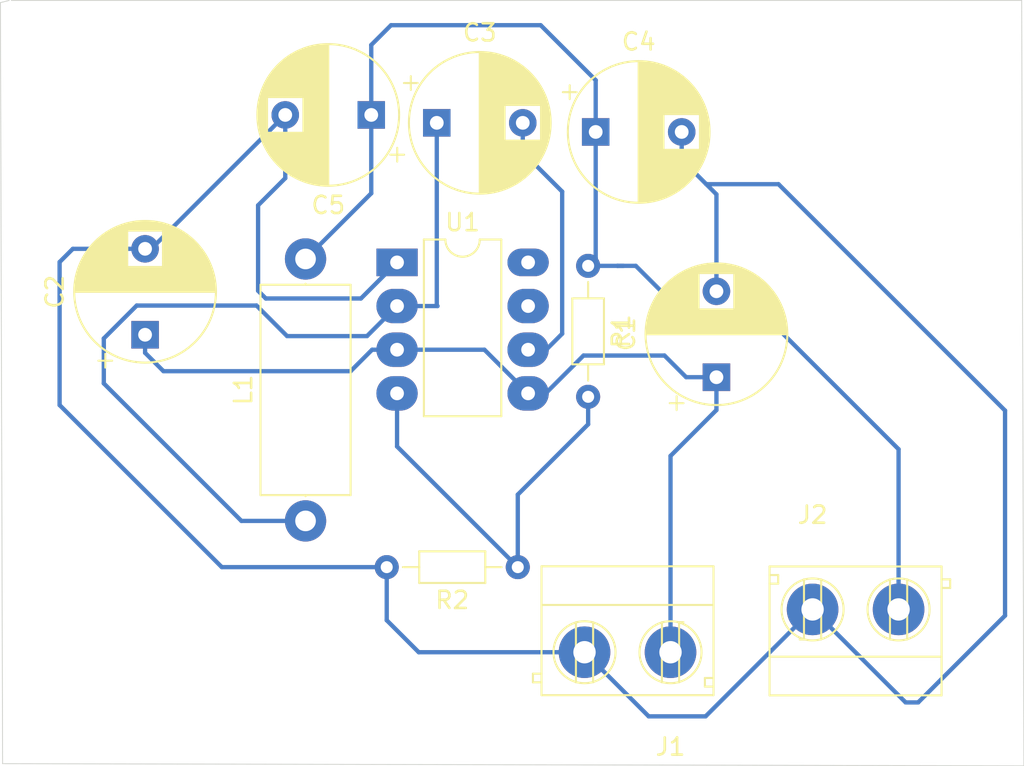
<source format=kicad_pcb>
(kicad_pcb (version 20171130) (host pcbnew "(5.1.9)-1")

  (general
    (thickness 1.6)
    (drawings 5)
    (tracks 82)
    (zones 0)
    (modules 11)
    (nets 7)
  )

  (page A4)
  (title_block
    (title "Step down converter")
  )

  (layers
    (0 F.Cu signal)
    (31 B.Cu signal)
    (32 B.Adhes user)
    (33 F.Adhes user)
    (34 B.Paste user)
    (35 F.Paste user)
    (36 B.SilkS user)
    (37 F.SilkS user)
    (38 B.Mask user)
    (39 F.Mask user)
    (40 Dwgs.User user)
    (41 Cmts.User user)
    (42 Eco1.User user)
    (43 Eco2.User user)
    (44 Edge.Cuts user)
    (45 Margin user)
    (46 B.CrtYd user)
    (47 F.CrtYd user)
    (48 B.Fab user)
    (49 F.Fab user)
  )

  (setup
    (last_trace_width 0.25)
    (user_trace_width 2)
    (trace_clearance 0.2)
    (zone_clearance 0.508)
    (zone_45_only no)
    (trace_min 2)
    (via_size 0.8)
    (via_drill 0.4)
    (via_min_size 2)
    (via_min_drill 0.3)
    (uvia_size 0.3)
    (uvia_drill 0.1)
    (uvias_allowed no)
    (uvia_min_size 2)
    (uvia_min_drill 0.1)
    (edge_width 0.05)
    (segment_width 0.2)
    (pcb_text_width 0.3)
    (pcb_text_size 1.5 1.5)
    (mod_edge_width 0.12)
    (mod_text_size 1 1)
    (mod_text_width 0.15)
    (pad_size 1.524 1.524)
    (pad_drill 0.762)
    (pad_to_mask_clearance 0)
    (aux_axis_origin 0 0)
    (visible_elements 7FFFFFFF)
    (pcbplotparams
      (layerselection 0x01cfc_ffffffff)
      (usegerberextensions false)
      (usegerberattributes true)
      (usegerberadvancedattributes true)
      (creategerberjobfile true)
      (excludeedgelayer true)
      (linewidth 0.100000)
      (plotframeref false)
      (viasonmask false)
      (mode 1)
      (useauxorigin false)
      (hpglpennumber 1)
      (hpglpenspeed 20)
      (hpglpendiameter 15.000000)
      (psnegative false)
      (psa4output false)
      (plotreference true)
      (plotvalue true)
      (plotinvisibletext false)
      (padsonsilk false)
      (subtractmaskfromsilk false)
      (outputformat 4)
      (mirror false)
      (drillshape 0)
      (scaleselection 1)
      (outputdirectory ""))
  )

  (net 0 "")
  (net 1 VCC)
  (net 2 GND)
  (net 3 "Net-(C3-Pad1)")
  (net 4 "Net-(C3-Pad2)")
  (net 5 "Net-(C4-Pad1)")
  (net 6 "Net-(R1-Pad2)")

  (net_class Default "This is the default net class."
    (clearance 0.2)
    (trace_width 0.25)
    (via_dia 0.8)
    (via_drill 0.4)
    (uvia_dia 0.3)
    (uvia_drill 0.1)
    (add_net GND)
    (add_net "Net-(C3-Pad1)")
    (add_net "Net-(C3-Pad2)")
    (add_net "Net-(C4-Pad1)")
    (add_net "Net-(R1-Pad2)")
    (add_net VCC)
  )

  (module Mes_modules:DIP-8_W7.62mm_LongPads (layer F.Cu) (tedit 6130E5B0) (tstamp 6132995A)
    (at 103.68 73.57)
    (descr "8-lead though-hole mounted DIP package, row spacing 7.62 mm (300 mils), LongPads")
    (tags "THT DIP DIL PDIP 2.54mm 7.62mm 300mil LongPads")
    (path /6132180F)
    (fp_text reference U1 (at 3.81 -2.33) (layer F.SilkS)
      (effects (font (size 1 1) (thickness 0.15)))
    )
    (fp_text value TPS565208 (at 3.81 9.95) (layer F.Fab)
      (effects (font (size 1 1) (thickness 0.15)))
    )
    (fp_line (start 9.1 -1.55) (end -1.45 -1.55) (layer F.CrtYd) (width 0.05))
    (fp_line (start 9.1 9.15) (end 9.1 -1.55) (layer F.CrtYd) (width 0.05))
    (fp_line (start -1.45 9.15) (end 9.1 9.15) (layer F.CrtYd) (width 0.05))
    (fp_line (start -1.45 -1.55) (end -1.45 9.15) (layer F.CrtYd) (width 0.05))
    (fp_line (start 6.06 -1.33) (end 4.81 -1.33) (layer F.SilkS) (width 0.12))
    (fp_line (start 6.06 8.95) (end 6.06 -1.33) (layer F.SilkS) (width 0.12))
    (fp_line (start 1.56 8.95) (end 6.06 8.95) (layer F.SilkS) (width 0.12))
    (fp_line (start 1.56 -1.33) (end 1.56 8.95) (layer F.SilkS) (width 0.12))
    (fp_line (start 2.81 -1.33) (end 1.56 -1.33) (layer F.SilkS) (width 0.12))
    (fp_line (start 0.635 -0.27) (end 1.635 -1.27) (layer F.Fab) (width 0.1))
    (fp_line (start 0.635 8.89) (end 0.635 -0.27) (layer F.Fab) (width 0.1))
    (fp_line (start 6.985 8.89) (end 0.635 8.89) (layer F.Fab) (width 0.1))
    (fp_line (start 6.985 -1.27) (end 6.985 8.89) (layer F.Fab) (width 0.1))
    (fp_line (start 1.635 -1.27) (end 6.985 -1.27) (layer F.Fab) (width 0.1))
    (fp_text user %R (at 3.81 3.81) (layer F.Fab)
      (effects (font (size 1 1) (thickness 0.15)))
    )
    (fp_arc (start 3.81 -1.33) (end 2.81 -1.33) (angle -180) (layer F.SilkS) (width 0.12))
    (pad 8 thru_hole oval (at 7.62 0) (size 2.4 1.6) (drill 0.8) (layers *.Cu *.Mask))
    (pad 4 thru_hole oval (at 0 7.62) (size 2.4 2) (drill 0.8) (layers *.Cu *.Mask)
      (net 6 "Net-(R1-Pad2)"))
    (pad 7 thru_hole oval (at 7.62 2.54) (size 2.4 2) (drill 0.8) (layers *.Cu *.Mask))
    (pad 3 thru_hole oval (at 0 5.08) (size 2.4 2) (drill 0.8) (layers *.Cu *.Mask)
      (net 1 VCC))
    (pad 6 thru_hole oval (at 7.62 5.08) (size 2.4 2) (drill 0.8) (layers *.Cu *.Mask)
      (net 4 "Net-(C3-Pad2)"))
    (pad 2 thru_hole oval (at 0 2.54) (size 2.4 2) (drill 0.8) (layers *.Cu *.Mask)
      (net 3 "Net-(C3-Pad1)"))
    (pad 5 thru_hole oval (at 7.62 7.62) (size 2.4 2) (drill 0.8) (layers *.Cu *.Mask)
      (net 1 VCC))
    (pad 1 thru_hole rect (at 0 0) (size 2.4 1.6) (drill 0.8) (layers *.Cu *.Mask)
      (net 2 GND))
    (model ${KISYS3DMOD}/Package_DIP.3dshapes/DIP-8_W7.62mm.wrl
      (at (xyz 0 0 0))
      (scale (xyz 1 1 1))
      (rotate (xyz 0 0 0))
    )
  )

  (module Capacitor_THT:CP_Radial_D8.0mm_P5.00mm (layer F.Cu) (tedit 5AE50EF0) (tstamp 61325EB1)
    (at 122.25 80.25 90)
    (descr "CP, Radial series, Radial, pin pitch=5.00mm, , diameter=8mm, Electrolytic Capacitor")
    (tags "CP Radial series Radial pin pitch 5.00mm  diameter 8mm Electrolytic Capacitor")
    (path /61320775)
    (fp_text reference C1 (at 2.5 -5.25 90) (layer F.SilkS)
      (effects (font (size 1 1) (thickness 0.15)))
    )
    (fp_text value 10uF (at 2.5 5.25 90) (layer F.Fab)
      (effects (font (size 1 1) (thickness 0.15)))
    )
    (fp_line (start -1.509698 -2.715) (end -1.509698 -1.915) (layer F.SilkS) (width 0.12))
    (fp_line (start -1.909698 -2.315) (end -1.109698 -2.315) (layer F.SilkS) (width 0.12))
    (fp_line (start 6.581 -0.533) (end 6.581 0.533) (layer F.SilkS) (width 0.12))
    (fp_line (start 6.541 -0.768) (end 6.541 0.768) (layer F.SilkS) (width 0.12))
    (fp_line (start 6.501 -0.948) (end 6.501 0.948) (layer F.SilkS) (width 0.12))
    (fp_line (start 6.461 -1.098) (end 6.461 1.098) (layer F.SilkS) (width 0.12))
    (fp_line (start 6.421 -1.229) (end 6.421 1.229) (layer F.SilkS) (width 0.12))
    (fp_line (start 6.381 -1.346) (end 6.381 1.346) (layer F.SilkS) (width 0.12))
    (fp_line (start 6.341 -1.453) (end 6.341 1.453) (layer F.SilkS) (width 0.12))
    (fp_line (start 6.301 -1.552) (end 6.301 1.552) (layer F.SilkS) (width 0.12))
    (fp_line (start 6.261 -1.645) (end 6.261 1.645) (layer F.SilkS) (width 0.12))
    (fp_line (start 6.221 -1.731) (end 6.221 1.731) (layer F.SilkS) (width 0.12))
    (fp_line (start 6.181 -1.813) (end 6.181 1.813) (layer F.SilkS) (width 0.12))
    (fp_line (start 6.141 -1.89) (end 6.141 1.89) (layer F.SilkS) (width 0.12))
    (fp_line (start 6.101 -1.964) (end 6.101 1.964) (layer F.SilkS) (width 0.12))
    (fp_line (start 6.061 -2.034) (end 6.061 2.034) (layer F.SilkS) (width 0.12))
    (fp_line (start 6.021 1.04) (end 6.021 2.102) (layer F.SilkS) (width 0.12))
    (fp_line (start 6.021 -2.102) (end 6.021 -1.04) (layer F.SilkS) (width 0.12))
    (fp_line (start 5.981 1.04) (end 5.981 2.166) (layer F.SilkS) (width 0.12))
    (fp_line (start 5.981 -2.166) (end 5.981 -1.04) (layer F.SilkS) (width 0.12))
    (fp_line (start 5.941 1.04) (end 5.941 2.228) (layer F.SilkS) (width 0.12))
    (fp_line (start 5.941 -2.228) (end 5.941 -1.04) (layer F.SilkS) (width 0.12))
    (fp_line (start 5.901 1.04) (end 5.901 2.287) (layer F.SilkS) (width 0.12))
    (fp_line (start 5.901 -2.287) (end 5.901 -1.04) (layer F.SilkS) (width 0.12))
    (fp_line (start 5.861 1.04) (end 5.861 2.345) (layer F.SilkS) (width 0.12))
    (fp_line (start 5.861 -2.345) (end 5.861 -1.04) (layer F.SilkS) (width 0.12))
    (fp_line (start 5.821 1.04) (end 5.821 2.4) (layer F.SilkS) (width 0.12))
    (fp_line (start 5.821 -2.4) (end 5.821 -1.04) (layer F.SilkS) (width 0.12))
    (fp_line (start 5.781 1.04) (end 5.781 2.454) (layer F.SilkS) (width 0.12))
    (fp_line (start 5.781 -2.454) (end 5.781 -1.04) (layer F.SilkS) (width 0.12))
    (fp_line (start 5.741 1.04) (end 5.741 2.505) (layer F.SilkS) (width 0.12))
    (fp_line (start 5.741 -2.505) (end 5.741 -1.04) (layer F.SilkS) (width 0.12))
    (fp_line (start 5.701 1.04) (end 5.701 2.556) (layer F.SilkS) (width 0.12))
    (fp_line (start 5.701 -2.556) (end 5.701 -1.04) (layer F.SilkS) (width 0.12))
    (fp_line (start 5.661 1.04) (end 5.661 2.604) (layer F.SilkS) (width 0.12))
    (fp_line (start 5.661 -2.604) (end 5.661 -1.04) (layer F.SilkS) (width 0.12))
    (fp_line (start 5.621 1.04) (end 5.621 2.651) (layer F.SilkS) (width 0.12))
    (fp_line (start 5.621 -2.651) (end 5.621 -1.04) (layer F.SilkS) (width 0.12))
    (fp_line (start 5.581 1.04) (end 5.581 2.697) (layer F.SilkS) (width 0.12))
    (fp_line (start 5.581 -2.697) (end 5.581 -1.04) (layer F.SilkS) (width 0.12))
    (fp_line (start 5.541 1.04) (end 5.541 2.741) (layer F.SilkS) (width 0.12))
    (fp_line (start 5.541 -2.741) (end 5.541 -1.04) (layer F.SilkS) (width 0.12))
    (fp_line (start 5.501 1.04) (end 5.501 2.784) (layer F.SilkS) (width 0.12))
    (fp_line (start 5.501 -2.784) (end 5.501 -1.04) (layer F.SilkS) (width 0.12))
    (fp_line (start 5.461 1.04) (end 5.461 2.826) (layer F.SilkS) (width 0.12))
    (fp_line (start 5.461 -2.826) (end 5.461 -1.04) (layer F.SilkS) (width 0.12))
    (fp_line (start 5.421 1.04) (end 5.421 2.867) (layer F.SilkS) (width 0.12))
    (fp_line (start 5.421 -2.867) (end 5.421 -1.04) (layer F.SilkS) (width 0.12))
    (fp_line (start 5.381 1.04) (end 5.381 2.907) (layer F.SilkS) (width 0.12))
    (fp_line (start 5.381 -2.907) (end 5.381 -1.04) (layer F.SilkS) (width 0.12))
    (fp_line (start 5.341 1.04) (end 5.341 2.945) (layer F.SilkS) (width 0.12))
    (fp_line (start 5.341 -2.945) (end 5.341 -1.04) (layer F.SilkS) (width 0.12))
    (fp_line (start 5.301 1.04) (end 5.301 2.983) (layer F.SilkS) (width 0.12))
    (fp_line (start 5.301 -2.983) (end 5.301 -1.04) (layer F.SilkS) (width 0.12))
    (fp_line (start 5.261 1.04) (end 5.261 3.019) (layer F.SilkS) (width 0.12))
    (fp_line (start 5.261 -3.019) (end 5.261 -1.04) (layer F.SilkS) (width 0.12))
    (fp_line (start 5.221 1.04) (end 5.221 3.055) (layer F.SilkS) (width 0.12))
    (fp_line (start 5.221 -3.055) (end 5.221 -1.04) (layer F.SilkS) (width 0.12))
    (fp_line (start 5.181 1.04) (end 5.181 3.09) (layer F.SilkS) (width 0.12))
    (fp_line (start 5.181 -3.09) (end 5.181 -1.04) (layer F.SilkS) (width 0.12))
    (fp_line (start 5.141 1.04) (end 5.141 3.124) (layer F.SilkS) (width 0.12))
    (fp_line (start 5.141 -3.124) (end 5.141 -1.04) (layer F.SilkS) (width 0.12))
    (fp_line (start 5.101 1.04) (end 5.101 3.156) (layer F.SilkS) (width 0.12))
    (fp_line (start 5.101 -3.156) (end 5.101 -1.04) (layer F.SilkS) (width 0.12))
    (fp_line (start 5.061 1.04) (end 5.061 3.189) (layer F.SilkS) (width 0.12))
    (fp_line (start 5.061 -3.189) (end 5.061 -1.04) (layer F.SilkS) (width 0.12))
    (fp_line (start 5.021 1.04) (end 5.021 3.22) (layer F.SilkS) (width 0.12))
    (fp_line (start 5.021 -3.22) (end 5.021 -1.04) (layer F.SilkS) (width 0.12))
    (fp_line (start 4.981 1.04) (end 4.981 3.25) (layer F.SilkS) (width 0.12))
    (fp_line (start 4.981 -3.25) (end 4.981 -1.04) (layer F.SilkS) (width 0.12))
    (fp_line (start 4.941 1.04) (end 4.941 3.28) (layer F.SilkS) (width 0.12))
    (fp_line (start 4.941 -3.28) (end 4.941 -1.04) (layer F.SilkS) (width 0.12))
    (fp_line (start 4.901 1.04) (end 4.901 3.309) (layer F.SilkS) (width 0.12))
    (fp_line (start 4.901 -3.309) (end 4.901 -1.04) (layer F.SilkS) (width 0.12))
    (fp_line (start 4.861 1.04) (end 4.861 3.338) (layer F.SilkS) (width 0.12))
    (fp_line (start 4.861 -3.338) (end 4.861 -1.04) (layer F.SilkS) (width 0.12))
    (fp_line (start 4.821 1.04) (end 4.821 3.365) (layer F.SilkS) (width 0.12))
    (fp_line (start 4.821 -3.365) (end 4.821 -1.04) (layer F.SilkS) (width 0.12))
    (fp_line (start 4.781 1.04) (end 4.781 3.392) (layer F.SilkS) (width 0.12))
    (fp_line (start 4.781 -3.392) (end 4.781 -1.04) (layer F.SilkS) (width 0.12))
    (fp_line (start 4.741 1.04) (end 4.741 3.418) (layer F.SilkS) (width 0.12))
    (fp_line (start 4.741 -3.418) (end 4.741 -1.04) (layer F.SilkS) (width 0.12))
    (fp_line (start 4.701 1.04) (end 4.701 3.444) (layer F.SilkS) (width 0.12))
    (fp_line (start 4.701 -3.444) (end 4.701 -1.04) (layer F.SilkS) (width 0.12))
    (fp_line (start 4.661 1.04) (end 4.661 3.469) (layer F.SilkS) (width 0.12))
    (fp_line (start 4.661 -3.469) (end 4.661 -1.04) (layer F.SilkS) (width 0.12))
    (fp_line (start 4.621 1.04) (end 4.621 3.493) (layer F.SilkS) (width 0.12))
    (fp_line (start 4.621 -3.493) (end 4.621 -1.04) (layer F.SilkS) (width 0.12))
    (fp_line (start 4.581 1.04) (end 4.581 3.517) (layer F.SilkS) (width 0.12))
    (fp_line (start 4.581 -3.517) (end 4.581 -1.04) (layer F.SilkS) (width 0.12))
    (fp_line (start 4.541 1.04) (end 4.541 3.54) (layer F.SilkS) (width 0.12))
    (fp_line (start 4.541 -3.54) (end 4.541 -1.04) (layer F.SilkS) (width 0.12))
    (fp_line (start 4.501 1.04) (end 4.501 3.562) (layer F.SilkS) (width 0.12))
    (fp_line (start 4.501 -3.562) (end 4.501 -1.04) (layer F.SilkS) (width 0.12))
    (fp_line (start 4.461 1.04) (end 4.461 3.584) (layer F.SilkS) (width 0.12))
    (fp_line (start 4.461 -3.584) (end 4.461 -1.04) (layer F.SilkS) (width 0.12))
    (fp_line (start 4.421 1.04) (end 4.421 3.606) (layer F.SilkS) (width 0.12))
    (fp_line (start 4.421 -3.606) (end 4.421 -1.04) (layer F.SilkS) (width 0.12))
    (fp_line (start 4.381 1.04) (end 4.381 3.627) (layer F.SilkS) (width 0.12))
    (fp_line (start 4.381 -3.627) (end 4.381 -1.04) (layer F.SilkS) (width 0.12))
    (fp_line (start 4.341 1.04) (end 4.341 3.647) (layer F.SilkS) (width 0.12))
    (fp_line (start 4.341 -3.647) (end 4.341 -1.04) (layer F.SilkS) (width 0.12))
    (fp_line (start 4.301 1.04) (end 4.301 3.666) (layer F.SilkS) (width 0.12))
    (fp_line (start 4.301 -3.666) (end 4.301 -1.04) (layer F.SilkS) (width 0.12))
    (fp_line (start 4.261 1.04) (end 4.261 3.686) (layer F.SilkS) (width 0.12))
    (fp_line (start 4.261 -3.686) (end 4.261 -1.04) (layer F.SilkS) (width 0.12))
    (fp_line (start 4.221 1.04) (end 4.221 3.704) (layer F.SilkS) (width 0.12))
    (fp_line (start 4.221 -3.704) (end 4.221 -1.04) (layer F.SilkS) (width 0.12))
    (fp_line (start 4.181 1.04) (end 4.181 3.722) (layer F.SilkS) (width 0.12))
    (fp_line (start 4.181 -3.722) (end 4.181 -1.04) (layer F.SilkS) (width 0.12))
    (fp_line (start 4.141 1.04) (end 4.141 3.74) (layer F.SilkS) (width 0.12))
    (fp_line (start 4.141 -3.74) (end 4.141 -1.04) (layer F.SilkS) (width 0.12))
    (fp_line (start 4.101 1.04) (end 4.101 3.757) (layer F.SilkS) (width 0.12))
    (fp_line (start 4.101 -3.757) (end 4.101 -1.04) (layer F.SilkS) (width 0.12))
    (fp_line (start 4.061 1.04) (end 4.061 3.774) (layer F.SilkS) (width 0.12))
    (fp_line (start 4.061 -3.774) (end 4.061 -1.04) (layer F.SilkS) (width 0.12))
    (fp_line (start 4.021 1.04) (end 4.021 3.79) (layer F.SilkS) (width 0.12))
    (fp_line (start 4.021 -3.79) (end 4.021 -1.04) (layer F.SilkS) (width 0.12))
    (fp_line (start 3.981 1.04) (end 3.981 3.805) (layer F.SilkS) (width 0.12))
    (fp_line (start 3.981 -3.805) (end 3.981 -1.04) (layer F.SilkS) (width 0.12))
    (fp_line (start 3.941 -3.821) (end 3.941 3.821) (layer F.SilkS) (width 0.12))
    (fp_line (start 3.901 -3.835) (end 3.901 3.835) (layer F.SilkS) (width 0.12))
    (fp_line (start 3.861 -3.85) (end 3.861 3.85) (layer F.SilkS) (width 0.12))
    (fp_line (start 3.821 -3.863) (end 3.821 3.863) (layer F.SilkS) (width 0.12))
    (fp_line (start 3.781 -3.877) (end 3.781 3.877) (layer F.SilkS) (width 0.12))
    (fp_line (start 3.741 -3.889) (end 3.741 3.889) (layer F.SilkS) (width 0.12))
    (fp_line (start 3.701 -3.902) (end 3.701 3.902) (layer F.SilkS) (width 0.12))
    (fp_line (start 3.661 -3.914) (end 3.661 3.914) (layer F.SilkS) (width 0.12))
    (fp_line (start 3.621 -3.925) (end 3.621 3.925) (layer F.SilkS) (width 0.12))
    (fp_line (start 3.581 -3.936) (end 3.581 3.936) (layer F.SilkS) (width 0.12))
    (fp_line (start 3.541 -3.947) (end 3.541 3.947) (layer F.SilkS) (width 0.12))
    (fp_line (start 3.501 -3.957) (end 3.501 3.957) (layer F.SilkS) (width 0.12))
    (fp_line (start 3.461 -3.967) (end 3.461 3.967) (layer F.SilkS) (width 0.12))
    (fp_line (start 3.421 -3.976) (end 3.421 3.976) (layer F.SilkS) (width 0.12))
    (fp_line (start 3.381 -3.985) (end 3.381 3.985) (layer F.SilkS) (width 0.12))
    (fp_line (start 3.341 -3.994) (end 3.341 3.994) (layer F.SilkS) (width 0.12))
    (fp_line (start 3.301 -4.002) (end 3.301 4.002) (layer F.SilkS) (width 0.12))
    (fp_line (start 3.261 -4.01) (end 3.261 4.01) (layer F.SilkS) (width 0.12))
    (fp_line (start 3.221 -4.017) (end 3.221 4.017) (layer F.SilkS) (width 0.12))
    (fp_line (start 3.18 -4.024) (end 3.18 4.024) (layer F.SilkS) (width 0.12))
    (fp_line (start 3.14 -4.03) (end 3.14 4.03) (layer F.SilkS) (width 0.12))
    (fp_line (start 3.1 -4.037) (end 3.1 4.037) (layer F.SilkS) (width 0.12))
    (fp_line (start 3.06 -4.042) (end 3.06 4.042) (layer F.SilkS) (width 0.12))
    (fp_line (start 3.02 -4.048) (end 3.02 4.048) (layer F.SilkS) (width 0.12))
    (fp_line (start 2.98 -4.052) (end 2.98 4.052) (layer F.SilkS) (width 0.12))
    (fp_line (start 2.94 -4.057) (end 2.94 4.057) (layer F.SilkS) (width 0.12))
    (fp_line (start 2.9 -4.061) (end 2.9 4.061) (layer F.SilkS) (width 0.12))
    (fp_line (start 2.86 -4.065) (end 2.86 4.065) (layer F.SilkS) (width 0.12))
    (fp_line (start 2.82 -4.068) (end 2.82 4.068) (layer F.SilkS) (width 0.12))
    (fp_line (start 2.78 -4.071) (end 2.78 4.071) (layer F.SilkS) (width 0.12))
    (fp_line (start 2.74 -4.074) (end 2.74 4.074) (layer F.SilkS) (width 0.12))
    (fp_line (start 2.7 -4.076) (end 2.7 4.076) (layer F.SilkS) (width 0.12))
    (fp_line (start 2.66 -4.077) (end 2.66 4.077) (layer F.SilkS) (width 0.12))
    (fp_line (start 2.62 -4.079) (end 2.62 4.079) (layer F.SilkS) (width 0.12))
    (fp_line (start 2.58 -4.08) (end 2.58 4.08) (layer F.SilkS) (width 0.12))
    (fp_line (start 2.54 -4.08) (end 2.54 4.08) (layer F.SilkS) (width 0.12))
    (fp_line (start 2.5 -4.08) (end 2.5 4.08) (layer F.SilkS) (width 0.12))
    (fp_line (start -0.526759 -2.1475) (end -0.526759 -1.3475) (layer F.Fab) (width 0.1))
    (fp_line (start -0.926759 -1.7475) (end -0.126759 -1.7475) (layer F.Fab) (width 0.1))
    (fp_circle (center 2.5 0) (end 6.75 0) (layer F.CrtYd) (width 0.05))
    (fp_circle (center 2.5 0) (end 6.62 0) (layer F.SilkS) (width 0.12))
    (fp_circle (center 2.5 0) (end 6.5 0) (layer F.Fab) (width 0.1))
    (fp_text user %R (at 2.5 0 90) (layer F.Fab)
      (effects (font (size 1 1) (thickness 0.15)))
    )
    (pad 1 thru_hole rect (at 0 0 90) (size 1.6 1.6) (drill 0.8) (layers *.Cu *.Mask)
      (net 1 VCC))
    (pad 2 thru_hole circle (at 5 0 90) (size 1.6 1.6) (drill 0.8) (layers *.Cu *.Mask)
      (net 2 GND))
    (model ${KISYS3DMOD}/Capacitor_THT.3dshapes/CP_Radial_D8.0mm_P5.00mm.wrl
      (at (xyz 0 0 0))
      (scale (xyz 1 1 1))
      (rotate (xyz 0 0 0))
    )
  )

  (module Capacitor_THT:CP_Radial_D8.0mm_P5.00mm (layer F.Cu) (tedit 5AE50EF0) (tstamp 61325F5A)
    (at 89.03 77.78 90)
    (descr "CP, Radial series, Radial, pin pitch=5.00mm, , diameter=8mm, Electrolytic Capacitor")
    (tags "CP Radial series Radial pin pitch 5.00mm  diameter 8mm Electrolytic Capacitor")
    (path /61320D19)
    (fp_text reference C2 (at 2.5 -5.25 90) (layer F.SilkS)
      (effects (font (size 1 1) (thickness 0.15)))
    )
    (fp_text value 100nF (at 2.5 5.25 90) (layer F.Fab)
      (effects (font (size 1 1) (thickness 0.15)))
    )
    (fp_circle (center 2.5 0) (end 6.5 0) (layer F.Fab) (width 0.1))
    (fp_circle (center 2.5 0) (end 6.62 0) (layer F.SilkS) (width 0.12))
    (fp_circle (center 2.5 0) (end 6.75 0) (layer F.CrtYd) (width 0.05))
    (fp_line (start -0.926759 -1.7475) (end -0.126759 -1.7475) (layer F.Fab) (width 0.1))
    (fp_line (start -0.526759 -2.1475) (end -0.526759 -1.3475) (layer F.Fab) (width 0.1))
    (fp_line (start 2.5 -4.08) (end 2.5 4.08) (layer F.SilkS) (width 0.12))
    (fp_line (start 2.54 -4.08) (end 2.54 4.08) (layer F.SilkS) (width 0.12))
    (fp_line (start 2.58 -4.08) (end 2.58 4.08) (layer F.SilkS) (width 0.12))
    (fp_line (start 2.62 -4.079) (end 2.62 4.079) (layer F.SilkS) (width 0.12))
    (fp_line (start 2.66 -4.077) (end 2.66 4.077) (layer F.SilkS) (width 0.12))
    (fp_line (start 2.7 -4.076) (end 2.7 4.076) (layer F.SilkS) (width 0.12))
    (fp_line (start 2.74 -4.074) (end 2.74 4.074) (layer F.SilkS) (width 0.12))
    (fp_line (start 2.78 -4.071) (end 2.78 4.071) (layer F.SilkS) (width 0.12))
    (fp_line (start 2.82 -4.068) (end 2.82 4.068) (layer F.SilkS) (width 0.12))
    (fp_line (start 2.86 -4.065) (end 2.86 4.065) (layer F.SilkS) (width 0.12))
    (fp_line (start 2.9 -4.061) (end 2.9 4.061) (layer F.SilkS) (width 0.12))
    (fp_line (start 2.94 -4.057) (end 2.94 4.057) (layer F.SilkS) (width 0.12))
    (fp_line (start 2.98 -4.052) (end 2.98 4.052) (layer F.SilkS) (width 0.12))
    (fp_line (start 3.02 -4.048) (end 3.02 4.048) (layer F.SilkS) (width 0.12))
    (fp_line (start 3.06 -4.042) (end 3.06 4.042) (layer F.SilkS) (width 0.12))
    (fp_line (start 3.1 -4.037) (end 3.1 4.037) (layer F.SilkS) (width 0.12))
    (fp_line (start 3.14 -4.03) (end 3.14 4.03) (layer F.SilkS) (width 0.12))
    (fp_line (start 3.18 -4.024) (end 3.18 4.024) (layer F.SilkS) (width 0.12))
    (fp_line (start 3.221 -4.017) (end 3.221 4.017) (layer F.SilkS) (width 0.12))
    (fp_line (start 3.261 -4.01) (end 3.261 4.01) (layer F.SilkS) (width 0.12))
    (fp_line (start 3.301 -4.002) (end 3.301 4.002) (layer F.SilkS) (width 0.12))
    (fp_line (start 3.341 -3.994) (end 3.341 3.994) (layer F.SilkS) (width 0.12))
    (fp_line (start 3.381 -3.985) (end 3.381 3.985) (layer F.SilkS) (width 0.12))
    (fp_line (start 3.421 -3.976) (end 3.421 3.976) (layer F.SilkS) (width 0.12))
    (fp_line (start 3.461 -3.967) (end 3.461 3.967) (layer F.SilkS) (width 0.12))
    (fp_line (start 3.501 -3.957) (end 3.501 3.957) (layer F.SilkS) (width 0.12))
    (fp_line (start 3.541 -3.947) (end 3.541 3.947) (layer F.SilkS) (width 0.12))
    (fp_line (start 3.581 -3.936) (end 3.581 3.936) (layer F.SilkS) (width 0.12))
    (fp_line (start 3.621 -3.925) (end 3.621 3.925) (layer F.SilkS) (width 0.12))
    (fp_line (start 3.661 -3.914) (end 3.661 3.914) (layer F.SilkS) (width 0.12))
    (fp_line (start 3.701 -3.902) (end 3.701 3.902) (layer F.SilkS) (width 0.12))
    (fp_line (start 3.741 -3.889) (end 3.741 3.889) (layer F.SilkS) (width 0.12))
    (fp_line (start 3.781 -3.877) (end 3.781 3.877) (layer F.SilkS) (width 0.12))
    (fp_line (start 3.821 -3.863) (end 3.821 3.863) (layer F.SilkS) (width 0.12))
    (fp_line (start 3.861 -3.85) (end 3.861 3.85) (layer F.SilkS) (width 0.12))
    (fp_line (start 3.901 -3.835) (end 3.901 3.835) (layer F.SilkS) (width 0.12))
    (fp_line (start 3.941 -3.821) (end 3.941 3.821) (layer F.SilkS) (width 0.12))
    (fp_line (start 3.981 -3.805) (end 3.981 -1.04) (layer F.SilkS) (width 0.12))
    (fp_line (start 3.981 1.04) (end 3.981 3.805) (layer F.SilkS) (width 0.12))
    (fp_line (start 4.021 -3.79) (end 4.021 -1.04) (layer F.SilkS) (width 0.12))
    (fp_line (start 4.021 1.04) (end 4.021 3.79) (layer F.SilkS) (width 0.12))
    (fp_line (start 4.061 -3.774) (end 4.061 -1.04) (layer F.SilkS) (width 0.12))
    (fp_line (start 4.061 1.04) (end 4.061 3.774) (layer F.SilkS) (width 0.12))
    (fp_line (start 4.101 -3.757) (end 4.101 -1.04) (layer F.SilkS) (width 0.12))
    (fp_line (start 4.101 1.04) (end 4.101 3.757) (layer F.SilkS) (width 0.12))
    (fp_line (start 4.141 -3.74) (end 4.141 -1.04) (layer F.SilkS) (width 0.12))
    (fp_line (start 4.141 1.04) (end 4.141 3.74) (layer F.SilkS) (width 0.12))
    (fp_line (start 4.181 -3.722) (end 4.181 -1.04) (layer F.SilkS) (width 0.12))
    (fp_line (start 4.181 1.04) (end 4.181 3.722) (layer F.SilkS) (width 0.12))
    (fp_line (start 4.221 -3.704) (end 4.221 -1.04) (layer F.SilkS) (width 0.12))
    (fp_line (start 4.221 1.04) (end 4.221 3.704) (layer F.SilkS) (width 0.12))
    (fp_line (start 4.261 -3.686) (end 4.261 -1.04) (layer F.SilkS) (width 0.12))
    (fp_line (start 4.261 1.04) (end 4.261 3.686) (layer F.SilkS) (width 0.12))
    (fp_line (start 4.301 -3.666) (end 4.301 -1.04) (layer F.SilkS) (width 0.12))
    (fp_line (start 4.301 1.04) (end 4.301 3.666) (layer F.SilkS) (width 0.12))
    (fp_line (start 4.341 -3.647) (end 4.341 -1.04) (layer F.SilkS) (width 0.12))
    (fp_line (start 4.341 1.04) (end 4.341 3.647) (layer F.SilkS) (width 0.12))
    (fp_line (start 4.381 -3.627) (end 4.381 -1.04) (layer F.SilkS) (width 0.12))
    (fp_line (start 4.381 1.04) (end 4.381 3.627) (layer F.SilkS) (width 0.12))
    (fp_line (start 4.421 -3.606) (end 4.421 -1.04) (layer F.SilkS) (width 0.12))
    (fp_line (start 4.421 1.04) (end 4.421 3.606) (layer F.SilkS) (width 0.12))
    (fp_line (start 4.461 -3.584) (end 4.461 -1.04) (layer F.SilkS) (width 0.12))
    (fp_line (start 4.461 1.04) (end 4.461 3.584) (layer F.SilkS) (width 0.12))
    (fp_line (start 4.501 -3.562) (end 4.501 -1.04) (layer F.SilkS) (width 0.12))
    (fp_line (start 4.501 1.04) (end 4.501 3.562) (layer F.SilkS) (width 0.12))
    (fp_line (start 4.541 -3.54) (end 4.541 -1.04) (layer F.SilkS) (width 0.12))
    (fp_line (start 4.541 1.04) (end 4.541 3.54) (layer F.SilkS) (width 0.12))
    (fp_line (start 4.581 -3.517) (end 4.581 -1.04) (layer F.SilkS) (width 0.12))
    (fp_line (start 4.581 1.04) (end 4.581 3.517) (layer F.SilkS) (width 0.12))
    (fp_line (start 4.621 -3.493) (end 4.621 -1.04) (layer F.SilkS) (width 0.12))
    (fp_line (start 4.621 1.04) (end 4.621 3.493) (layer F.SilkS) (width 0.12))
    (fp_line (start 4.661 -3.469) (end 4.661 -1.04) (layer F.SilkS) (width 0.12))
    (fp_line (start 4.661 1.04) (end 4.661 3.469) (layer F.SilkS) (width 0.12))
    (fp_line (start 4.701 -3.444) (end 4.701 -1.04) (layer F.SilkS) (width 0.12))
    (fp_line (start 4.701 1.04) (end 4.701 3.444) (layer F.SilkS) (width 0.12))
    (fp_line (start 4.741 -3.418) (end 4.741 -1.04) (layer F.SilkS) (width 0.12))
    (fp_line (start 4.741 1.04) (end 4.741 3.418) (layer F.SilkS) (width 0.12))
    (fp_line (start 4.781 -3.392) (end 4.781 -1.04) (layer F.SilkS) (width 0.12))
    (fp_line (start 4.781 1.04) (end 4.781 3.392) (layer F.SilkS) (width 0.12))
    (fp_line (start 4.821 -3.365) (end 4.821 -1.04) (layer F.SilkS) (width 0.12))
    (fp_line (start 4.821 1.04) (end 4.821 3.365) (layer F.SilkS) (width 0.12))
    (fp_line (start 4.861 -3.338) (end 4.861 -1.04) (layer F.SilkS) (width 0.12))
    (fp_line (start 4.861 1.04) (end 4.861 3.338) (layer F.SilkS) (width 0.12))
    (fp_line (start 4.901 -3.309) (end 4.901 -1.04) (layer F.SilkS) (width 0.12))
    (fp_line (start 4.901 1.04) (end 4.901 3.309) (layer F.SilkS) (width 0.12))
    (fp_line (start 4.941 -3.28) (end 4.941 -1.04) (layer F.SilkS) (width 0.12))
    (fp_line (start 4.941 1.04) (end 4.941 3.28) (layer F.SilkS) (width 0.12))
    (fp_line (start 4.981 -3.25) (end 4.981 -1.04) (layer F.SilkS) (width 0.12))
    (fp_line (start 4.981 1.04) (end 4.981 3.25) (layer F.SilkS) (width 0.12))
    (fp_line (start 5.021 -3.22) (end 5.021 -1.04) (layer F.SilkS) (width 0.12))
    (fp_line (start 5.021 1.04) (end 5.021 3.22) (layer F.SilkS) (width 0.12))
    (fp_line (start 5.061 -3.189) (end 5.061 -1.04) (layer F.SilkS) (width 0.12))
    (fp_line (start 5.061 1.04) (end 5.061 3.189) (layer F.SilkS) (width 0.12))
    (fp_line (start 5.101 -3.156) (end 5.101 -1.04) (layer F.SilkS) (width 0.12))
    (fp_line (start 5.101 1.04) (end 5.101 3.156) (layer F.SilkS) (width 0.12))
    (fp_line (start 5.141 -3.124) (end 5.141 -1.04) (layer F.SilkS) (width 0.12))
    (fp_line (start 5.141 1.04) (end 5.141 3.124) (layer F.SilkS) (width 0.12))
    (fp_line (start 5.181 -3.09) (end 5.181 -1.04) (layer F.SilkS) (width 0.12))
    (fp_line (start 5.181 1.04) (end 5.181 3.09) (layer F.SilkS) (width 0.12))
    (fp_line (start 5.221 -3.055) (end 5.221 -1.04) (layer F.SilkS) (width 0.12))
    (fp_line (start 5.221 1.04) (end 5.221 3.055) (layer F.SilkS) (width 0.12))
    (fp_line (start 5.261 -3.019) (end 5.261 -1.04) (layer F.SilkS) (width 0.12))
    (fp_line (start 5.261 1.04) (end 5.261 3.019) (layer F.SilkS) (width 0.12))
    (fp_line (start 5.301 -2.983) (end 5.301 -1.04) (layer F.SilkS) (width 0.12))
    (fp_line (start 5.301 1.04) (end 5.301 2.983) (layer F.SilkS) (width 0.12))
    (fp_line (start 5.341 -2.945) (end 5.341 -1.04) (layer F.SilkS) (width 0.12))
    (fp_line (start 5.341 1.04) (end 5.341 2.945) (layer F.SilkS) (width 0.12))
    (fp_line (start 5.381 -2.907) (end 5.381 -1.04) (layer F.SilkS) (width 0.12))
    (fp_line (start 5.381 1.04) (end 5.381 2.907) (layer F.SilkS) (width 0.12))
    (fp_line (start 5.421 -2.867) (end 5.421 -1.04) (layer F.SilkS) (width 0.12))
    (fp_line (start 5.421 1.04) (end 5.421 2.867) (layer F.SilkS) (width 0.12))
    (fp_line (start 5.461 -2.826) (end 5.461 -1.04) (layer F.SilkS) (width 0.12))
    (fp_line (start 5.461 1.04) (end 5.461 2.826) (layer F.SilkS) (width 0.12))
    (fp_line (start 5.501 -2.784) (end 5.501 -1.04) (layer F.SilkS) (width 0.12))
    (fp_line (start 5.501 1.04) (end 5.501 2.784) (layer F.SilkS) (width 0.12))
    (fp_line (start 5.541 -2.741) (end 5.541 -1.04) (layer F.SilkS) (width 0.12))
    (fp_line (start 5.541 1.04) (end 5.541 2.741) (layer F.SilkS) (width 0.12))
    (fp_line (start 5.581 -2.697) (end 5.581 -1.04) (layer F.SilkS) (width 0.12))
    (fp_line (start 5.581 1.04) (end 5.581 2.697) (layer F.SilkS) (width 0.12))
    (fp_line (start 5.621 -2.651) (end 5.621 -1.04) (layer F.SilkS) (width 0.12))
    (fp_line (start 5.621 1.04) (end 5.621 2.651) (layer F.SilkS) (width 0.12))
    (fp_line (start 5.661 -2.604) (end 5.661 -1.04) (layer F.SilkS) (width 0.12))
    (fp_line (start 5.661 1.04) (end 5.661 2.604) (layer F.SilkS) (width 0.12))
    (fp_line (start 5.701 -2.556) (end 5.701 -1.04) (layer F.SilkS) (width 0.12))
    (fp_line (start 5.701 1.04) (end 5.701 2.556) (layer F.SilkS) (width 0.12))
    (fp_line (start 5.741 -2.505) (end 5.741 -1.04) (layer F.SilkS) (width 0.12))
    (fp_line (start 5.741 1.04) (end 5.741 2.505) (layer F.SilkS) (width 0.12))
    (fp_line (start 5.781 -2.454) (end 5.781 -1.04) (layer F.SilkS) (width 0.12))
    (fp_line (start 5.781 1.04) (end 5.781 2.454) (layer F.SilkS) (width 0.12))
    (fp_line (start 5.821 -2.4) (end 5.821 -1.04) (layer F.SilkS) (width 0.12))
    (fp_line (start 5.821 1.04) (end 5.821 2.4) (layer F.SilkS) (width 0.12))
    (fp_line (start 5.861 -2.345) (end 5.861 -1.04) (layer F.SilkS) (width 0.12))
    (fp_line (start 5.861 1.04) (end 5.861 2.345) (layer F.SilkS) (width 0.12))
    (fp_line (start 5.901 -2.287) (end 5.901 -1.04) (layer F.SilkS) (width 0.12))
    (fp_line (start 5.901 1.04) (end 5.901 2.287) (layer F.SilkS) (width 0.12))
    (fp_line (start 5.941 -2.228) (end 5.941 -1.04) (layer F.SilkS) (width 0.12))
    (fp_line (start 5.941 1.04) (end 5.941 2.228) (layer F.SilkS) (width 0.12))
    (fp_line (start 5.981 -2.166) (end 5.981 -1.04) (layer F.SilkS) (width 0.12))
    (fp_line (start 5.981 1.04) (end 5.981 2.166) (layer F.SilkS) (width 0.12))
    (fp_line (start 6.021 -2.102) (end 6.021 -1.04) (layer F.SilkS) (width 0.12))
    (fp_line (start 6.021 1.04) (end 6.021 2.102) (layer F.SilkS) (width 0.12))
    (fp_line (start 6.061 -2.034) (end 6.061 2.034) (layer F.SilkS) (width 0.12))
    (fp_line (start 6.101 -1.964) (end 6.101 1.964) (layer F.SilkS) (width 0.12))
    (fp_line (start 6.141 -1.89) (end 6.141 1.89) (layer F.SilkS) (width 0.12))
    (fp_line (start 6.181 -1.813) (end 6.181 1.813) (layer F.SilkS) (width 0.12))
    (fp_line (start 6.221 -1.731) (end 6.221 1.731) (layer F.SilkS) (width 0.12))
    (fp_line (start 6.261 -1.645) (end 6.261 1.645) (layer F.SilkS) (width 0.12))
    (fp_line (start 6.301 -1.552) (end 6.301 1.552) (layer F.SilkS) (width 0.12))
    (fp_line (start 6.341 -1.453) (end 6.341 1.453) (layer F.SilkS) (width 0.12))
    (fp_line (start 6.381 -1.346) (end 6.381 1.346) (layer F.SilkS) (width 0.12))
    (fp_line (start 6.421 -1.229) (end 6.421 1.229) (layer F.SilkS) (width 0.12))
    (fp_line (start 6.461 -1.098) (end 6.461 1.098) (layer F.SilkS) (width 0.12))
    (fp_line (start 6.501 -0.948) (end 6.501 0.948) (layer F.SilkS) (width 0.12))
    (fp_line (start 6.541 -0.768) (end 6.541 0.768) (layer F.SilkS) (width 0.12))
    (fp_line (start 6.581 -0.533) (end 6.581 0.533) (layer F.SilkS) (width 0.12))
    (fp_line (start -1.909698 -2.315) (end -1.109698 -2.315) (layer F.SilkS) (width 0.12))
    (fp_line (start -1.509698 -2.715) (end -1.509698 -1.915) (layer F.SilkS) (width 0.12))
    (fp_text user %R (at 2.5 0 90) (layer F.Fab)
      (effects (font (size 1 1) (thickness 0.15)))
    )
    (pad 2 thru_hole circle (at 5 0 90) (size 1.6 1.6) (drill 0.8) (layers *.Cu *.Mask)
      (net 2 GND))
    (pad 1 thru_hole rect (at 0 0 90) (size 1.6 1.6) (drill 0.8) (layers *.Cu *.Mask)
      (net 1 VCC))
    (model ${KISYS3DMOD}/Capacitor_THT.3dshapes/CP_Radial_D8.0mm_P5.00mm.wrl
      (at (xyz 0 0 0))
      (scale (xyz 1 1 1))
      (rotate (xyz 0 0 0))
    )
  )

  (module Capacitor_THT:CP_Radial_D8.0mm_P5.00mm (layer F.Cu) (tedit 5AE50EF0) (tstamp 61326003)
    (at 105.99 65.45)
    (descr "CP, Radial series, Radial, pin pitch=5.00mm, , diameter=8mm, Electrolytic Capacitor")
    (tags "CP Radial series Radial pin pitch 5.00mm  diameter 8mm Electrolytic Capacitor")
    (path /613229F3)
    (fp_text reference C3 (at 2.5 -5.25) (layer F.SilkS)
      (effects (font (size 1 1) (thickness 0.15)))
    )
    (fp_text value 100nF (at 2.5 5.25) (layer F.Fab)
      (effects (font (size 1 1) (thickness 0.15)))
    )
    (fp_line (start -1.509698 -2.715) (end -1.509698 -1.915) (layer F.SilkS) (width 0.12))
    (fp_line (start -1.909698 -2.315) (end -1.109698 -2.315) (layer F.SilkS) (width 0.12))
    (fp_line (start 6.581 -0.533) (end 6.581 0.533) (layer F.SilkS) (width 0.12))
    (fp_line (start 6.541 -0.768) (end 6.541 0.768) (layer F.SilkS) (width 0.12))
    (fp_line (start 6.501 -0.948) (end 6.501 0.948) (layer F.SilkS) (width 0.12))
    (fp_line (start 6.461 -1.098) (end 6.461 1.098) (layer F.SilkS) (width 0.12))
    (fp_line (start 6.421 -1.229) (end 6.421 1.229) (layer F.SilkS) (width 0.12))
    (fp_line (start 6.381 -1.346) (end 6.381 1.346) (layer F.SilkS) (width 0.12))
    (fp_line (start 6.341 -1.453) (end 6.341 1.453) (layer F.SilkS) (width 0.12))
    (fp_line (start 6.301 -1.552) (end 6.301 1.552) (layer F.SilkS) (width 0.12))
    (fp_line (start 6.261 -1.645) (end 6.261 1.645) (layer F.SilkS) (width 0.12))
    (fp_line (start 6.221 -1.731) (end 6.221 1.731) (layer F.SilkS) (width 0.12))
    (fp_line (start 6.181 -1.813) (end 6.181 1.813) (layer F.SilkS) (width 0.12))
    (fp_line (start 6.141 -1.89) (end 6.141 1.89) (layer F.SilkS) (width 0.12))
    (fp_line (start 6.101 -1.964) (end 6.101 1.964) (layer F.SilkS) (width 0.12))
    (fp_line (start 6.061 -2.034) (end 6.061 2.034) (layer F.SilkS) (width 0.12))
    (fp_line (start 6.021 1.04) (end 6.021 2.102) (layer F.SilkS) (width 0.12))
    (fp_line (start 6.021 -2.102) (end 6.021 -1.04) (layer F.SilkS) (width 0.12))
    (fp_line (start 5.981 1.04) (end 5.981 2.166) (layer F.SilkS) (width 0.12))
    (fp_line (start 5.981 -2.166) (end 5.981 -1.04) (layer F.SilkS) (width 0.12))
    (fp_line (start 5.941 1.04) (end 5.941 2.228) (layer F.SilkS) (width 0.12))
    (fp_line (start 5.941 -2.228) (end 5.941 -1.04) (layer F.SilkS) (width 0.12))
    (fp_line (start 5.901 1.04) (end 5.901 2.287) (layer F.SilkS) (width 0.12))
    (fp_line (start 5.901 -2.287) (end 5.901 -1.04) (layer F.SilkS) (width 0.12))
    (fp_line (start 5.861 1.04) (end 5.861 2.345) (layer F.SilkS) (width 0.12))
    (fp_line (start 5.861 -2.345) (end 5.861 -1.04) (layer F.SilkS) (width 0.12))
    (fp_line (start 5.821 1.04) (end 5.821 2.4) (layer F.SilkS) (width 0.12))
    (fp_line (start 5.821 -2.4) (end 5.821 -1.04) (layer F.SilkS) (width 0.12))
    (fp_line (start 5.781 1.04) (end 5.781 2.454) (layer F.SilkS) (width 0.12))
    (fp_line (start 5.781 -2.454) (end 5.781 -1.04) (layer F.SilkS) (width 0.12))
    (fp_line (start 5.741 1.04) (end 5.741 2.505) (layer F.SilkS) (width 0.12))
    (fp_line (start 5.741 -2.505) (end 5.741 -1.04) (layer F.SilkS) (width 0.12))
    (fp_line (start 5.701 1.04) (end 5.701 2.556) (layer F.SilkS) (width 0.12))
    (fp_line (start 5.701 -2.556) (end 5.701 -1.04) (layer F.SilkS) (width 0.12))
    (fp_line (start 5.661 1.04) (end 5.661 2.604) (layer F.SilkS) (width 0.12))
    (fp_line (start 5.661 -2.604) (end 5.661 -1.04) (layer F.SilkS) (width 0.12))
    (fp_line (start 5.621 1.04) (end 5.621 2.651) (layer F.SilkS) (width 0.12))
    (fp_line (start 5.621 -2.651) (end 5.621 -1.04) (layer F.SilkS) (width 0.12))
    (fp_line (start 5.581 1.04) (end 5.581 2.697) (layer F.SilkS) (width 0.12))
    (fp_line (start 5.581 -2.697) (end 5.581 -1.04) (layer F.SilkS) (width 0.12))
    (fp_line (start 5.541 1.04) (end 5.541 2.741) (layer F.SilkS) (width 0.12))
    (fp_line (start 5.541 -2.741) (end 5.541 -1.04) (layer F.SilkS) (width 0.12))
    (fp_line (start 5.501 1.04) (end 5.501 2.784) (layer F.SilkS) (width 0.12))
    (fp_line (start 5.501 -2.784) (end 5.501 -1.04) (layer F.SilkS) (width 0.12))
    (fp_line (start 5.461 1.04) (end 5.461 2.826) (layer F.SilkS) (width 0.12))
    (fp_line (start 5.461 -2.826) (end 5.461 -1.04) (layer F.SilkS) (width 0.12))
    (fp_line (start 5.421 1.04) (end 5.421 2.867) (layer F.SilkS) (width 0.12))
    (fp_line (start 5.421 -2.867) (end 5.421 -1.04) (layer F.SilkS) (width 0.12))
    (fp_line (start 5.381 1.04) (end 5.381 2.907) (layer F.SilkS) (width 0.12))
    (fp_line (start 5.381 -2.907) (end 5.381 -1.04) (layer F.SilkS) (width 0.12))
    (fp_line (start 5.341 1.04) (end 5.341 2.945) (layer F.SilkS) (width 0.12))
    (fp_line (start 5.341 -2.945) (end 5.341 -1.04) (layer F.SilkS) (width 0.12))
    (fp_line (start 5.301 1.04) (end 5.301 2.983) (layer F.SilkS) (width 0.12))
    (fp_line (start 5.301 -2.983) (end 5.301 -1.04) (layer F.SilkS) (width 0.12))
    (fp_line (start 5.261 1.04) (end 5.261 3.019) (layer F.SilkS) (width 0.12))
    (fp_line (start 5.261 -3.019) (end 5.261 -1.04) (layer F.SilkS) (width 0.12))
    (fp_line (start 5.221 1.04) (end 5.221 3.055) (layer F.SilkS) (width 0.12))
    (fp_line (start 5.221 -3.055) (end 5.221 -1.04) (layer F.SilkS) (width 0.12))
    (fp_line (start 5.181 1.04) (end 5.181 3.09) (layer F.SilkS) (width 0.12))
    (fp_line (start 5.181 -3.09) (end 5.181 -1.04) (layer F.SilkS) (width 0.12))
    (fp_line (start 5.141 1.04) (end 5.141 3.124) (layer F.SilkS) (width 0.12))
    (fp_line (start 5.141 -3.124) (end 5.141 -1.04) (layer F.SilkS) (width 0.12))
    (fp_line (start 5.101 1.04) (end 5.101 3.156) (layer F.SilkS) (width 0.12))
    (fp_line (start 5.101 -3.156) (end 5.101 -1.04) (layer F.SilkS) (width 0.12))
    (fp_line (start 5.061 1.04) (end 5.061 3.189) (layer F.SilkS) (width 0.12))
    (fp_line (start 5.061 -3.189) (end 5.061 -1.04) (layer F.SilkS) (width 0.12))
    (fp_line (start 5.021 1.04) (end 5.021 3.22) (layer F.SilkS) (width 0.12))
    (fp_line (start 5.021 -3.22) (end 5.021 -1.04) (layer F.SilkS) (width 0.12))
    (fp_line (start 4.981 1.04) (end 4.981 3.25) (layer F.SilkS) (width 0.12))
    (fp_line (start 4.981 -3.25) (end 4.981 -1.04) (layer F.SilkS) (width 0.12))
    (fp_line (start 4.941 1.04) (end 4.941 3.28) (layer F.SilkS) (width 0.12))
    (fp_line (start 4.941 -3.28) (end 4.941 -1.04) (layer F.SilkS) (width 0.12))
    (fp_line (start 4.901 1.04) (end 4.901 3.309) (layer F.SilkS) (width 0.12))
    (fp_line (start 4.901 -3.309) (end 4.901 -1.04) (layer F.SilkS) (width 0.12))
    (fp_line (start 4.861 1.04) (end 4.861 3.338) (layer F.SilkS) (width 0.12))
    (fp_line (start 4.861 -3.338) (end 4.861 -1.04) (layer F.SilkS) (width 0.12))
    (fp_line (start 4.821 1.04) (end 4.821 3.365) (layer F.SilkS) (width 0.12))
    (fp_line (start 4.821 -3.365) (end 4.821 -1.04) (layer F.SilkS) (width 0.12))
    (fp_line (start 4.781 1.04) (end 4.781 3.392) (layer F.SilkS) (width 0.12))
    (fp_line (start 4.781 -3.392) (end 4.781 -1.04) (layer F.SilkS) (width 0.12))
    (fp_line (start 4.741 1.04) (end 4.741 3.418) (layer F.SilkS) (width 0.12))
    (fp_line (start 4.741 -3.418) (end 4.741 -1.04) (layer F.SilkS) (width 0.12))
    (fp_line (start 4.701 1.04) (end 4.701 3.444) (layer F.SilkS) (width 0.12))
    (fp_line (start 4.701 -3.444) (end 4.701 -1.04) (layer F.SilkS) (width 0.12))
    (fp_line (start 4.661 1.04) (end 4.661 3.469) (layer F.SilkS) (width 0.12))
    (fp_line (start 4.661 -3.469) (end 4.661 -1.04) (layer F.SilkS) (width 0.12))
    (fp_line (start 4.621 1.04) (end 4.621 3.493) (layer F.SilkS) (width 0.12))
    (fp_line (start 4.621 -3.493) (end 4.621 -1.04) (layer F.SilkS) (width 0.12))
    (fp_line (start 4.581 1.04) (end 4.581 3.517) (layer F.SilkS) (width 0.12))
    (fp_line (start 4.581 -3.517) (end 4.581 -1.04) (layer F.SilkS) (width 0.12))
    (fp_line (start 4.541 1.04) (end 4.541 3.54) (layer F.SilkS) (width 0.12))
    (fp_line (start 4.541 -3.54) (end 4.541 -1.04) (layer F.SilkS) (width 0.12))
    (fp_line (start 4.501 1.04) (end 4.501 3.562) (layer F.SilkS) (width 0.12))
    (fp_line (start 4.501 -3.562) (end 4.501 -1.04) (layer F.SilkS) (width 0.12))
    (fp_line (start 4.461 1.04) (end 4.461 3.584) (layer F.SilkS) (width 0.12))
    (fp_line (start 4.461 -3.584) (end 4.461 -1.04) (layer F.SilkS) (width 0.12))
    (fp_line (start 4.421 1.04) (end 4.421 3.606) (layer F.SilkS) (width 0.12))
    (fp_line (start 4.421 -3.606) (end 4.421 -1.04) (layer F.SilkS) (width 0.12))
    (fp_line (start 4.381 1.04) (end 4.381 3.627) (layer F.SilkS) (width 0.12))
    (fp_line (start 4.381 -3.627) (end 4.381 -1.04) (layer F.SilkS) (width 0.12))
    (fp_line (start 4.341 1.04) (end 4.341 3.647) (layer F.SilkS) (width 0.12))
    (fp_line (start 4.341 -3.647) (end 4.341 -1.04) (layer F.SilkS) (width 0.12))
    (fp_line (start 4.301 1.04) (end 4.301 3.666) (layer F.SilkS) (width 0.12))
    (fp_line (start 4.301 -3.666) (end 4.301 -1.04) (layer F.SilkS) (width 0.12))
    (fp_line (start 4.261 1.04) (end 4.261 3.686) (layer F.SilkS) (width 0.12))
    (fp_line (start 4.261 -3.686) (end 4.261 -1.04) (layer F.SilkS) (width 0.12))
    (fp_line (start 4.221 1.04) (end 4.221 3.704) (layer F.SilkS) (width 0.12))
    (fp_line (start 4.221 -3.704) (end 4.221 -1.04) (layer F.SilkS) (width 0.12))
    (fp_line (start 4.181 1.04) (end 4.181 3.722) (layer F.SilkS) (width 0.12))
    (fp_line (start 4.181 -3.722) (end 4.181 -1.04) (layer F.SilkS) (width 0.12))
    (fp_line (start 4.141 1.04) (end 4.141 3.74) (layer F.SilkS) (width 0.12))
    (fp_line (start 4.141 -3.74) (end 4.141 -1.04) (layer F.SilkS) (width 0.12))
    (fp_line (start 4.101 1.04) (end 4.101 3.757) (layer F.SilkS) (width 0.12))
    (fp_line (start 4.101 -3.757) (end 4.101 -1.04) (layer F.SilkS) (width 0.12))
    (fp_line (start 4.061 1.04) (end 4.061 3.774) (layer F.SilkS) (width 0.12))
    (fp_line (start 4.061 -3.774) (end 4.061 -1.04) (layer F.SilkS) (width 0.12))
    (fp_line (start 4.021 1.04) (end 4.021 3.79) (layer F.SilkS) (width 0.12))
    (fp_line (start 4.021 -3.79) (end 4.021 -1.04) (layer F.SilkS) (width 0.12))
    (fp_line (start 3.981 1.04) (end 3.981 3.805) (layer F.SilkS) (width 0.12))
    (fp_line (start 3.981 -3.805) (end 3.981 -1.04) (layer F.SilkS) (width 0.12))
    (fp_line (start 3.941 -3.821) (end 3.941 3.821) (layer F.SilkS) (width 0.12))
    (fp_line (start 3.901 -3.835) (end 3.901 3.835) (layer F.SilkS) (width 0.12))
    (fp_line (start 3.861 -3.85) (end 3.861 3.85) (layer F.SilkS) (width 0.12))
    (fp_line (start 3.821 -3.863) (end 3.821 3.863) (layer F.SilkS) (width 0.12))
    (fp_line (start 3.781 -3.877) (end 3.781 3.877) (layer F.SilkS) (width 0.12))
    (fp_line (start 3.741 -3.889) (end 3.741 3.889) (layer F.SilkS) (width 0.12))
    (fp_line (start 3.701 -3.902) (end 3.701 3.902) (layer F.SilkS) (width 0.12))
    (fp_line (start 3.661 -3.914) (end 3.661 3.914) (layer F.SilkS) (width 0.12))
    (fp_line (start 3.621 -3.925) (end 3.621 3.925) (layer F.SilkS) (width 0.12))
    (fp_line (start 3.581 -3.936) (end 3.581 3.936) (layer F.SilkS) (width 0.12))
    (fp_line (start 3.541 -3.947) (end 3.541 3.947) (layer F.SilkS) (width 0.12))
    (fp_line (start 3.501 -3.957) (end 3.501 3.957) (layer F.SilkS) (width 0.12))
    (fp_line (start 3.461 -3.967) (end 3.461 3.967) (layer F.SilkS) (width 0.12))
    (fp_line (start 3.421 -3.976) (end 3.421 3.976) (layer F.SilkS) (width 0.12))
    (fp_line (start 3.381 -3.985) (end 3.381 3.985) (layer F.SilkS) (width 0.12))
    (fp_line (start 3.341 -3.994) (end 3.341 3.994) (layer F.SilkS) (width 0.12))
    (fp_line (start 3.301 -4.002) (end 3.301 4.002) (layer F.SilkS) (width 0.12))
    (fp_line (start 3.261 -4.01) (end 3.261 4.01) (layer F.SilkS) (width 0.12))
    (fp_line (start 3.221 -4.017) (end 3.221 4.017) (layer F.SilkS) (width 0.12))
    (fp_line (start 3.18 -4.024) (end 3.18 4.024) (layer F.SilkS) (width 0.12))
    (fp_line (start 3.14 -4.03) (end 3.14 4.03) (layer F.SilkS) (width 0.12))
    (fp_line (start 3.1 -4.037) (end 3.1 4.037) (layer F.SilkS) (width 0.12))
    (fp_line (start 3.06 -4.042) (end 3.06 4.042) (layer F.SilkS) (width 0.12))
    (fp_line (start 3.02 -4.048) (end 3.02 4.048) (layer F.SilkS) (width 0.12))
    (fp_line (start 2.98 -4.052) (end 2.98 4.052) (layer F.SilkS) (width 0.12))
    (fp_line (start 2.94 -4.057) (end 2.94 4.057) (layer F.SilkS) (width 0.12))
    (fp_line (start 2.9 -4.061) (end 2.9 4.061) (layer F.SilkS) (width 0.12))
    (fp_line (start 2.86 -4.065) (end 2.86 4.065) (layer F.SilkS) (width 0.12))
    (fp_line (start 2.82 -4.068) (end 2.82 4.068) (layer F.SilkS) (width 0.12))
    (fp_line (start 2.78 -4.071) (end 2.78 4.071) (layer F.SilkS) (width 0.12))
    (fp_line (start 2.74 -4.074) (end 2.74 4.074) (layer F.SilkS) (width 0.12))
    (fp_line (start 2.7 -4.076) (end 2.7 4.076) (layer F.SilkS) (width 0.12))
    (fp_line (start 2.66 -4.077) (end 2.66 4.077) (layer F.SilkS) (width 0.12))
    (fp_line (start 2.62 -4.079) (end 2.62 4.079) (layer F.SilkS) (width 0.12))
    (fp_line (start 2.58 -4.08) (end 2.58 4.08) (layer F.SilkS) (width 0.12))
    (fp_line (start 2.54 -4.08) (end 2.54 4.08) (layer F.SilkS) (width 0.12))
    (fp_line (start 2.5 -4.08) (end 2.5 4.08) (layer F.SilkS) (width 0.12))
    (fp_line (start -0.526759 -2.1475) (end -0.526759 -1.3475) (layer F.Fab) (width 0.1))
    (fp_line (start -0.926759 -1.7475) (end -0.126759 -1.7475) (layer F.Fab) (width 0.1))
    (fp_circle (center 2.5 0) (end 6.75 0) (layer F.CrtYd) (width 0.05))
    (fp_circle (center 2.5 0) (end 6.62 0) (layer F.SilkS) (width 0.12))
    (fp_circle (center 2.5 0) (end 6.5 0) (layer F.Fab) (width 0.1))
    (fp_text user %R (at 2.5 0) (layer F.Fab)
      (effects (font (size 1 1) (thickness 0.15)))
    )
    (pad 1 thru_hole rect (at 0 0) (size 1.6 1.6) (drill 0.8) (layers *.Cu *.Mask)
      (net 3 "Net-(C3-Pad1)"))
    (pad 2 thru_hole circle (at 5 0) (size 1.6 1.6) (drill 0.8) (layers *.Cu *.Mask)
      (net 4 "Net-(C3-Pad2)"))
    (model ${KISYS3DMOD}/Capacitor_THT.3dshapes/CP_Radial_D8.0mm_P5.00mm.wrl
      (at (xyz 0 0 0))
      (scale (xyz 1 1 1))
      (rotate (xyz 0 0 0))
    )
  )

  (module Capacitor_THT:CP_Radial_D8.0mm_P5.00mm (layer F.Cu) (tedit 5AE50EF0) (tstamp 613260AC)
    (at 115.23 65.98)
    (descr "CP, Radial series, Radial, pin pitch=5.00mm, , diameter=8mm, Electrolytic Capacitor")
    (tags "CP Radial series Radial pin pitch 5.00mm  diameter 8mm Electrolytic Capacitor")
    (path /6132F78B)
    (fp_text reference C4 (at 2.5 -5.25) (layer F.SilkS)
      (effects (font (size 1 1) (thickness 0.15)))
    )
    (fp_text value 22uF (at 2.5 5.25) (layer F.Fab)
      (effects (font (size 1 1) (thickness 0.15)))
    )
    (fp_line (start -1.509698 -2.715) (end -1.509698 -1.915) (layer F.SilkS) (width 0.12))
    (fp_line (start -1.909698 -2.315) (end -1.109698 -2.315) (layer F.SilkS) (width 0.12))
    (fp_line (start 6.581 -0.533) (end 6.581 0.533) (layer F.SilkS) (width 0.12))
    (fp_line (start 6.541 -0.768) (end 6.541 0.768) (layer F.SilkS) (width 0.12))
    (fp_line (start 6.501 -0.948) (end 6.501 0.948) (layer F.SilkS) (width 0.12))
    (fp_line (start 6.461 -1.098) (end 6.461 1.098) (layer F.SilkS) (width 0.12))
    (fp_line (start 6.421 -1.229) (end 6.421 1.229) (layer F.SilkS) (width 0.12))
    (fp_line (start 6.381 -1.346) (end 6.381 1.346) (layer F.SilkS) (width 0.12))
    (fp_line (start 6.341 -1.453) (end 6.341 1.453) (layer F.SilkS) (width 0.12))
    (fp_line (start 6.301 -1.552) (end 6.301 1.552) (layer F.SilkS) (width 0.12))
    (fp_line (start 6.261 -1.645) (end 6.261 1.645) (layer F.SilkS) (width 0.12))
    (fp_line (start 6.221 -1.731) (end 6.221 1.731) (layer F.SilkS) (width 0.12))
    (fp_line (start 6.181 -1.813) (end 6.181 1.813) (layer F.SilkS) (width 0.12))
    (fp_line (start 6.141 -1.89) (end 6.141 1.89) (layer F.SilkS) (width 0.12))
    (fp_line (start 6.101 -1.964) (end 6.101 1.964) (layer F.SilkS) (width 0.12))
    (fp_line (start 6.061 -2.034) (end 6.061 2.034) (layer F.SilkS) (width 0.12))
    (fp_line (start 6.021 1.04) (end 6.021 2.102) (layer F.SilkS) (width 0.12))
    (fp_line (start 6.021 -2.102) (end 6.021 -1.04) (layer F.SilkS) (width 0.12))
    (fp_line (start 5.981 1.04) (end 5.981 2.166) (layer F.SilkS) (width 0.12))
    (fp_line (start 5.981 -2.166) (end 5.981 -1.04) (layer F.SilkS) (width 0.12))
    (fp_line (start 5.941 1.04) (end 5.941 2.228) (layer F.SilkS) (width 0.12))
    (fp_line (start 5.941 -2.228) (end 5.941 -1.04) (layer F.SilkS) (width 0.12))
    (fp_line (start 5.901 1.04) (end 5.901 2.287) (layer F.SilkS) (width 0.12))
    (fp_line (start 5.901 -2.287) (end 5.901 -1.04) (layer F.SilkS) (width 0.12))
    (fp_line (start 5.861 1.04) (end 5.861 2.345) (layer F.SilkS) (width 0.12))
    (fp_line (start 5.861 -2.345) (end 5.861 -1.04) (layer F.SilkS) (width 0.12))
    (fp_line (start 5.821 1.04) (end 5.821 2.4) (layer F.SilkS) (width 0.12))
    (fp_line (start 5.821 -2.4) (end 5.821 -1.04) (layer F.SilkS) (width 0.12))
    (fp_line (start 5.781 1.04) (end 5.781 2.454) (layer F.SilkS) (width 0.12))
    (fp_line (start 5.781 -2.454) (end 5.781 -1.04) (layer F.SilkS) (width 0.12))
    (fp_line (start 5.741 1.04) (end 5.741 2.505) (layer F.SilkS) (width 0.12))
    (fp_line (start 5.741 -2.505) (end 5.741 -1.04) (layer F.SilkS) (width 0.12))
    (fp_line (start 5.701 1.04) (end 5.701 2.556) (layer F.SilkS) (width 0.12))
    (fp_line (start 5.701 -2.556) (end 5.701 -1.04) (layer F.SilkS) (width 0.12))
    (fp_line (start 5.661 1.04) (end 5.661 2.604) (layer F.SilkS) (width 0.12))
    (fp_line (start 5.661 -2.604) (end 5.661 -1.04) (layer F.SilkS) (width 0.12))
    (fp_line (start 5.621 1.04) (end 5.621 2.651) (layer F.SilkS) (width 0.12))
    (fp_line (start 5.621 -2.651) (end 5.621 -1.04) (layer F.SilkS) (width 0.12))
    (fp_line (start 5.581 1.04) (end 5.581 2.697) (layer F.SilkS) (width 0.12))
    (fp_line (start 5.581 -2.697) (end 5.581 -1.04) (layer F.SilkS) (width 0.12))
    (fp_line (start 5.541 1.04) (end 5.541 2.741) (layer F.SilkS) (width 0.12))
    (fp_line (start 5.541 -2.741) (end 5.541 -1.04) (layer F.SilkS) (width 0.12))
    (fp_line (start 5.501 1.04) (end 5.501 2.784) (layer F.SilkS) (width 0.12))
    (fp_line (start 5.501 -2.784) (end 5.501 -1.04) (layer F.SilkS) (width 0.12))
    (fp_line (start 5.461 1.04) (end 5.461 2.826) (layer F.SilkS) (width 0.12))
    (fp_line (start 5.461 -2.826) (end 5.461 -1.04) (layer F.SilkS) (width 0.12))
    (fp_line (start 5.421 1.04) (end 5.421 2.867) (layer F.SilkS) (width 0.12))
    (fp_line (start 5.421 -2.867) (end 5.421 -1.04) (layer F.SilkS) (width 0.12))
    (fp_line (start 5.381 1.04) (end 5.381 2.907) (layer F.SilkS) (width 0.12))
    (fp_line (start 5.381 -2.907) (end 5.381 -1.04) (layer F.SilkS) (width 0.12))
    (fp_line (start 5.341 1.04) (end 5.341 2.945) (layer F.SilkS) (width 0.12))
    (fp_line (start 5.341 -2.945) (end 5.341 -1.04) (layer F.SilkS) (width 0.12))
    (fp_line (start 5.301 1.04) (end 5.301 2.983) (layer F.SilkS) (width 0.12))
    (fp_line (start 5.301 -2.983) (end 5.301 -1.04) (layer F.SilkS) (width 0.12))
    (fp_line (start 5.261 1.04) (end 5.261 3.019) (layer F.SilkS) (width 0.12))
    (fp_line (start 5.261 -3.019) (end 5.261 -1.04) (layer F.SilkS) (width 0.12))
    (fp_line (start 5.221 1.04) (end 5.221 3.055) (layer F.SilkS) (width 0.12))
    (fp_line (start 5.221 -3.055) (end 5.221 -1.04) (layer F.SilkS) (width 0.12))
    (fp_line (start 5.181 1.04) (end 5.181 3.09) (layer F.SilkS) (width 0.12))
    (fp_line (start 5.181 -3.09) (end 5.181 -1.04) (layer F.SilkS) (width 0.12))
    (fp_line (start 5.141 1.04) (end 5.141 3.124) (layer F.SilkS) (width 0.12))
    (fp_line (start 5.141 -3.124) (end 5.141 -1.04) (layer F.SilkS) (width 0.12))
    (fp_line (start 5.101 1.04) (end 5.101 3.156) (layer F.SilkS) (width 0.12))
    (fp_line (start 5.101 -3.156) (end 5.101 -1.04) (layer F.SilkS) (width 0.12))
    (fp_line (start 5.061 1.04) (end 5.061 3.189) (layer F.SilkS) (width 0.12))
    (fp_line (start 5.061 -3.189) (end 5.061 -1.04) (layer F.SilkS) (width 0.12))
    (fp_line (start 5.021 1.04) (end 5.021 3.22) (layer F.SilkS) (width 0.12))
    (fp_line (start 5.021 -3.22) (end 5.021 -1.04) (layer F.SilkS) (width 0.12))
    (fp_line (start 4.981 1.04) (end 4.981 3.25) (layer F.SilkS) (width 0.12))
    (fp_line (start 4.981 -3.25) (end 4.981 -1.04) (layer F.SilkS) (width 0.12))
    (fp_line (start 4.941 1.04) (end 4.941 3.28) (layer F.SilkS) (width 0.12))
    (fp_line (start 4.941 -3.28) (end 4.941 -1.04) (layer F.SilkS) (width 0.12))
    (fp_line (start 4.901 1.04) (end 4.901 3.309) (layer F.SilkS) (width 0.12))
    (fp_line (start 4.901 -3.309) (end 4.901 -1.04) (layer F.SilkS) (width 0.12))
    (fp_line (start 4.861 1.04) (end 4.861 3.338) (layer F.SilkS) (width 0.12))
    (fp_line (start 4.861 -3.338) (end 4.861 -1.04) (layer F.SilkS) (width 0.12))
    (fp_line (start 4.821 1.04) (end 4.821 3.365) (layer F.SilkS) (width 0.12))
    (fp_line (start 4.821 -3.365) (end 4.821 -1.04) (layer F.SilkS) (width 0.12))
    (fp_line (start 4.781 1.04) (end 4.781 3.392) (layer F.SilkS) (width 0.12))
    (fp_line (start 4.781 -3.392) (end 4.781 -1.04) (layer F.SilkS) (width 0.12))
    (fp_line (start 4.741 1.04) (end 4.741 3.418) (layer F.SilkS) (width 0.12))
    (fp_line (start 4.741 -3.418) (end 4.741 -1.04) (layer F.SilkS) (width 0.12))
    (fp_line (start 4.701 1.04) (end 4.701 3.444) (layer F.SilkS) (width 0.12))
    (fp_line (start 4.701 -3.444) (end 4.701 -1.04) (layer F.SilkS) (width 0.12))
    (fp_line (start 4.661 1.04) (end 4.661 3.469) (layer F.SilkS) (width 0.12))
    (fp_line (start 4.661 -3.469) (end 4.661 -1.04) (layer F.SilkS) (width 0.12))
    (fp_line (start 4.621 1.04) (end 4.621 3.493) (layer F.SilkS) (width 0.12))
    (fp_line (start 4.621 -3.493) (end 4.621 -1.04) (layer F.SilkS) (width 0.12))
    (fp_line (start 4.581 1.04) (end 4.581 3.517) (layer F.SilkS) (width 0.12))
    (fp_line (start 4.581 -3.517) (end 4.581 -1.04) (layer F.SilkS) (width 0.12))
    (fp_line (start 4.541 1.04) (end 4.541 3.54) (layer F.SilkS) (width 0.12))
    (fp_line (start 4.541 -3.54) (end 4.541 -1.04) (layer F.SilkS) (width 0.12))
    (fp_line (start 4.501 1.04) (end 4.501 3.562) (layer F.SilkS) (width 0.12))
    (fp_line (start 4.501 -3.562) (end 4.501 -1.04) (layer F.SilkS) (width 0.12))
    (fp_line (start 4.461 1.04) (end 4.461 3.584) (layer F.SilkS) (width 0.12))
    (fp_line (start 4.461 -3.584) (end 4.461 -1.04) (layer F.SilkS) (width 0.12))
    (fp_line (start 4.421 1.04) (end 4.421 3.606) (layer F.SilkS) (width 0.12))
    (fp_line (start 4.421 -3.606) (end 4.421 -1.04) (layer F.SilkS) (width 0.12))
    (fp_line (start 4.381 1.04) (end 4.381 3.627) (layer F.SilkS) (width 0.12))
    (fp_line (start 4.381 -3.627) (end 4.381 -1.04) (layer F.SilkS) (width 0.12))
    (fp_line (start 4.341 1.04) (end 4.341 3.647) (layer F.SilkS) (width 0.12))
    (fp_line (start 4.341 -3.647) (end 4.341 -1.04) (layer F.SilkS) (width 0.12))
    (fp_line (start 4.301 1.04) (end 4.301 3.666) (layer F.SilkS) (width 0.12))
    (fp_line (start 4.301 -3.666) (end 4.301 -1.04) (layer F.SilkS) (width 0.12))
    (fp_line (start 4.261 1.04) (end 4.261 3.686) (layer F.SilkS) (width 0.12))
    (fp_line (start 4.261 -3.686) (end 4.261 -1.04) (layer F.SilkS) (width 0.12))
    (fp_line (start 4.221 1.04) (end 4.221 3.704) (layer F.SilkS) (width 0.12))
    (fp_line (start 4.221 -3.704) (end 4.221 -1.04) (layer F.SilkS) (width 0.12))
    (fp_line (start 4.181 1.04) (end 4.181 3.722) (layer F.SilkS) (width 0.12))
    (fp_line (start 4.181 -3.722) (end 4.181 -1.04) (layer F.SilkS) (width 0.12))
    (fp_line (start 4.141 1.04) (end 4.141 3.74) (layer F.SilkS) (width 0.12))
    (fp_line (start 4.141 -3.74) (end 4.141 -1.04) (layer F.SilkS) (width 0.12))
    (fp_line (start 4.101 1.04) (end 4.101 3.757) (layer F.SilkS) (width 0.12))
    (fp_line (start 4.101 -3.757) (end 4.101 -1.04) (layer F.SilkS) (width 0.12))
    (fp_line (start 4.061 1.04) (end 4.061 3.774) (layer F.SilkS) (width 0.12))
    (fp_line (start 4.061 -3.774) (end 4.061 -1.04) (layer F.SilkS) (width 0.12))
    (fp_line (start 4.021 1.04) (end 4.021 3.79) (layer F.SilkS) (width 0.12))
    (fp_line (start 4.021 -3.79) (end 4.021 -1.04) (layer F.SilkS) (width 0.12))
    (fp_line (start 3.981 1.04) (end 3.981 3.805) (layer F.SilkS) (width 0.12))
    (fp_line (start 3.981 -3.805) (end 3.981 -1.04) (layer F.SilkS) (width 0.12))
    (fp_line (start 3.941 -3.821) (end 3.941 3.821) (layer F.SilkS) (width 0.12))
    (fp_line (start 3.901 -3.835) (end 3.901 3.835) (layer F.SilkS) (width 0.12))
    (fp_line (start 3.861 -3.85) (end 3.861 3.85) (layer F.SilkS) (width 0.12))
    (fp_line (start 3.821 -3.863) (end 3.821 3.863) (layer F.SilkS) (width 0.12))
    (fp_line (start 3.781 -3.877) (end 3.781 3.877) (layer F.SilkS) (width 0.12))
    (fp_line (start 3.741 -3.889) (end 3.741 3.889) (layer F.SilkS) (width 0.12))
    (fp_line (start 3.701 -3.902) (end 3.701 3.902) (layer F.SilkS) (width 0.12))
    (fp_line (start 3.661 -3.914) (end 3.661 3.914) (layer F.SilkS) (width 0.12))
    (fp_line (start 3.621 -3.925) (end 3.621 3.925) (layer F.SilkS) (width 0.12))
    (fp_line (start 3.581 -3.936) (end 3.581 3.936) (layer F.SilkS) (width 0.12))
    (fp_line (start 3.541 -3.947) (end 3.541 3.947) (layer F.SilkS) (width 0.12))
    (fp_line (start 3.501 -3.957) (end 3.501 3.957) (layer F.SilkS) (width 0.12))
    (fp_line (start 3.461 -3.967) (end 3.461 3.967) (layer F.SilkS) (width 0.12))
    (fp_line (start 3.421 -3.976) (end 3.421 3.976) (layer F.SilkS) (width 0.12))
    (fp_line (start 3.381 -3.985) (end 3.381 3.985) (layer F.SilkS) (width 0.12))
    (fp_line (start 3.341 -3.994) (end 3.341 3.994) (layer F.SilkS) (width 0.12))
    (fp_line (start 3.301 -4.002) (end 3.301 4.002) (layer F.SilkS) (width 0.12))
    (fp_line (start 3.261 -4.01) (end 3.261 4.01) (layer F.SilkS) (width 0.12))
    (fp_line (start 3.221 -4.017) (end 3.221 4.017) (layer F.SilkS) (width 0.12))
    (fp_line (start 3.18 -4.024) (end 3.18 4.024) (layer F.SilkS) (width 0.12))
    (fp_line (start 3.14 -4.03) (end 3.14 4.03) (layer F.SilkS) (width 0.12))
    (fp_line (start 3.1 -4.037) (end 3.1 4.037) (layer F.SilkS) (width 0.12))
    (fp_line (start 3.06 -4.042) (end 3.06 4.042) (layer F.SilkS) (width 0.12))
    (fp_line (start 3.02 -4.048) (end 3.02 4.048) (layer F.SilkS) (width 0.12))
    (fp_line (start 2.98 -4.052) (end 2.98 4.052) (layer F.SilkS) (width 0.12))
    (fp_line (start 2.94 -4.057) (end 2.94 4.057) (layer F.SilkS) (width 0.12))
    (fp_line (start 2.9 -4.061) (end 2.9 4.061) (layer F.SilkS) (width 0.12))
    (fp_line (start 2.86 -4.065) (end 2.86 4.065) (layer F.SilkS) (width 0.12))
    (fp_line (start 2.82 -4.068) (end 2.82 4.068) (layer F.SilkS) (width 0.12))
    (fp_line (start 2.78 -4.071) (end 2.78 4.071) (layer F.SilkS) (width 0.12))
    (fp_line (start 2.74 -4.074) (end 2.74 4.074) (layer F.SilkS) (width 0.12))
    (fp_line (start 2.7 -4.076) (end 2.7 4.076) (layer F.SilkS) (width 0.12))
    (fp_line (start 2.66 -4.077) (end 2.66 4.077) (layer F.SilkS) (width 0.12))
    (fp_line (start 2.62 -4.079) (end 2.62 4.079) (layer F.SilkS) (width 0.12))
    (fp_line (start 2.58 -4.08) (end 2.58 4.08) (layer F.SilkS) (width 0.12))
    (fp_line (start 2.54 -4.08) (end 2.54 4.08) (layer F.SilkS) (width 0.12))
    (fp_line (start 2.5 -4.08) (end 2.5 4.08) (layer F.SilkS) (width 0.12))
    (fp_line (start -0.526759 -2.1475) (end -0.526759 -1.3475) (layer F.Fab) (width 0.1))
    (fp_line (start -0.926759 -1.7475) (end -0.126759 -1.7475) (layer F.Fab) (width 0.1))
    (fp_circle (center 2.5 0) (end 6.75 0) (layer F.CrtYd) (width 0.05))
    (fp_circle (center 2.5 0) (end 6.62 0) (layer F.SilkS) (width 0.12))
    (fp_circle (center 2.5 0) (end 6.5 0) (layer F.Fab) (width 0.1))
    (fp_text user %R (at 2.5 0) (layer F.Fab)
      (effects (font (size 1 1) (thickness 0.15)))
    )
    (pad 1 thru_hole rect (at 0 0) (size 1.6 1.6) (drill 0.8) (layers *.Cu *.Mask)
      (net 5 "Net-(C4-Pad1)"))
    (pad 2 thru_hole circle (at 5 0) (size 1.6 1.6) (drill 0.8) (layers *.Cu *.Mask)
      (net 2 GND))
    (model ${KISYS3DMOD}/Capacitor_THT.3dshapes/CP_Radial_D8.0mm_P5.00mm.wrl
      (at (xyz 0 0 0))
      (scale (xyz 1 1 1))
      (rotate (xyz 0 0 0))
    )
  )

  (module Capacitor_THT:CP_Radial_D8.0mm_P5.00mm (layer F.Cu) (tedit 5AE50EF0) (tstamp 61326155)
    (at 102.18 64.99 180)
    (descr "CP, Radial series, Radial, pin pitch=5.00mm, , diameter=8mm, Electrolytic Capacitor")
    (tags "CP Radial series Radial pin pitch 5.00mm  diameter 8mm Electrolytic Capacitor")
    (path /61326F58)
    (fp_text reference C5 (at 2.5 -5.25) (layer F.SilkS)
      (effects (font (size 1 1) (thickness 0.15)))
    )
    (fp_text value 22uF (at 2.5 5.25) (layer F.Fab)
      (effects (font (size 1 1) (thickness 0.15)))
    )
    (fp_circle (center 2.5 0) (end 6.5 0) (layer F.Fab) (width 0.1))
    (fp_circle (center 2.5 0) (end 6.62 0) (layer F.SilkS) (width 0.12))
    (fp_circle (center 2.5 0) (end 6.75 0) (layer F.CrtYd) (width 0.05))
    (fp_line (start -0.926759 -1.7475) (end -0.126759 -1.7475) (layer F.Fab) (width 0.1))
    (fp_line (start -0.526759 -2.1475) (end -0.526759 -1.3475) (layer F.Fab) (width 0.1))
    (fp_line (start 2.5 -4.08) (end 2.5 4.08) (layer F.SilkS) (width 0.12))
    (fp_line (start 2.54 -4.08) (end 2.54 4.08) (layer F.SilkS) (width 0.12))
    (fp_line (start 2.58 -4.08) (end 2.58 4.08) (layer F.SilkS) (width 0.12))
    (fp_line (start 2.62 -4.079) (end 2.62 4.079) (layer F.SilkS) (width 0.12))
    (fp_line (start 2.66 -4.077) (end 2.66 4.077) (layer F.SilkS) (width 0.12))
    (fp_line (start 2.7 -4.076) (end 2.7 4.076) (layer F.SilkS) (width 0.12))
    (fp_line (start 2.74 -4.074) (end 2.74 4.074) (layer F.SilkS) (width 0.12))
    (fp_line (start 2.78 -4.071) (end 2.78 4.071) (layer F.SilkS) (width 0.12))
    (fp_line (start 2.82 -4.068) (end 2.82 4.068) (layer F.SilkS) (width 0.12))
    (fp_line (start 2.86 -4.065) (end 2.86 4.065) (layer F.SilkS) (width 0.12))
    (fp_line (start 2.9 -4.061) (end 2.9 4.061) (layer F.SilkS) (width 0.12))
    (fp_line (start 2.94 -4.057) (end 2.94 4.057) (layer F.SilkS) (width 0.12))
    (fp_line (start 2.98 -4.052) (end 2.98 4.052) (layer F.SilkS) (width 0.12))
    (fp_line (start 3.02 -4.048) (end 3.02 4.048) (layer F.SilkS) (width 0.12))
    (fp_line (start 3.06 -4.042) (end 3.06 4.042) (layer F.SilkS) (width 0.12))
    (fp_line (start 3.1 -4.037) (end 3.1 4.037) (layer F.SilkS) (width 0.12))
    (fp_line (start 3.14 -4.03) (end 3.14 4.03) (layer F.SilkS) (width 0.12))
    (fp_line (start 3.18 -4.024) (end 3.18 4.024) (layer F.SilkS) (width 0.12))
    (fp_line (start 3.221 -4.017) (end 3.221 4.017) (layer F.SilkS) (width 0.12))
    (fp_line (start 3.261 -4.01) (end 3.261 4.01) (layer F.SilkS) (width 0.12))
    (fp_line (start 3.301 -4.002) (end 3.301 4.002) (layer F.SilkS) (width 0.12))
    (fp_line (start 3.341 -3.994) (end 3.341 3.994) (layer F.SilkS) (width 0.12))
    (fp_line (start 3.381 -3.985) (end 3.381 3.985) (layer F.SilkS) (width 0.12))
    (fp_line (start 3.421 -3.976) (end 3.421 3.976) (layer F.SilkS) (width 0.12))
    (fp_line (start 3.461 -3.967) (end 3.461 3.967) (layer F.SilkS) (width 0.12))
    (fp_line (start 3.501 -3.957) (end 3.501 3.957) (layer F.SilkS) (width 0.12))
    (fp_line (start 3.541 -3.947) (end 3.541 3.947) (layer F.SilkS) (width 0.12))
    (fp_line (start 3.581 -3.936) (end 3.581 3.936) (layer F.SilkS) (width 0.12))
    (fp_line (start 3.621 -3.925) (end 3.621 3.925) (layer F.SilkS) (width 0.12))
    (fp_line (start 3.661 -3.914) (end 3.661 3.914) (layer F.SilkS) (width 0.12))
    (fp_line (start 3.701 -3.902) (end 3.701 3.902) (layer F.SilkS) (width 0.12))
    (fp_line (start 3.741 -3.889) (end 3.741 3.889) (layer F.SilkS) (width 0.12))
    (fp_line (start 3.781 -3.877) (end 3.781 3.877) (layer F.SilkS) (width 0.12))
    (fp_line (start 3.821 -3.863) (end 3.821 3.863) (layer F.SilkS) (width 0.12))
    (fp_line (start 3.861 -3.85) (end 3.861 3.85) (layer F.SilkS) (width 0.12))
    (fp_line (start 3.901 -3.835) (end 3.901 3.835) (layer F.SilkS) (width 0.12))
    (fp_line (start 3.941 -3.821) (end 3.941 3.821) (layer F.SilkS) (width 0.12))
    (fp_line (start 3.981 -3.805) (end 3.981 -1.04) (layer F.SilkS) (width 0.12))
    (fp_line (start 3.981 1.04) (end 3.981 3.805) (layer F.SilkS) (width 0.12))
    (fp_line (start 4.021 -3.79) (end 4.021 -1.04) (layer F.SilkS) (width 0.12))
    (fp_line (start 4.021 1.04) (end 4.021 3.79) (layer F.SilkS) (width 0.12))
    (fp_line (start 4.061 -3.774) (end 4.061 -1.04) (layer F.SilkS) (width 0.12))
    (fp_line (start 4.061 1.04) (end 4.061 3.774) (layer F.SilkS) (width 0.12))
    (fp_line (start 4.101 -3.757) (end 4.101 -1.04) (layer F.SilkS) (width 0.12))
    (fp_line (start 4.101 1.04) (end 4.101 3.757) (layer F.SilkS) (width 0.12))
    (fp_line (start 4.141 -3.74) (end 4.141 -1.04) (layer F.SilkS) (width 0.12))
    (fp_line (start 4.141 1.04) (end 4.141 3.74) (layer F.SilkS) (width 0.12))
    (fp_line (start 4.181 -3.722) (end 4.181 -1.04) (layer F.SilkS) (width 0.12))
    (fp_line (start 4.181 1.04) (end 4.181 3.722) (layer F.SilkS) (width 0.12))
    (fp_line (start 4.221 -3.704) (end 4.221 -1.04) (layer F.SilkS) (width 0.12))
    (fp_line (start 4.221 1.04) (end 4.221 3.704) (layer F.SilkS) (width 0.12))
    (fp_line (start 4.261 -3.686) (end 4.261 -1.04) (layer F.SilkS) (width 0.12))
    (fp_line (start 4.261 1.04) (end 4.261 3.686) (layer F.SilkS) (width 0.12))
    (fp_line (start 4.301 -3.666) (end 4.301 -1.04) (layer F.SilkS) (width 0.12))
    (fp_line (start 4.301 1.04) (end 4.301 3.666) (layer F.SilkS) (width 0.12))
    (fp_line (start 4.341 -3.647) (end 4.341 -1.04) (layer F.SilkS) (width 0.12))
    (fp_line (start 4.341 1.04) (end 4.341 3.647) (layer F.SilkS) (width 0.12))
    (fp_line (start 4.381 -3.627) (end 4.381 -1.04) (layer F.SilkS) (width 0.12))
    (fp_line (start 4.381 1.04) (end 4.381 3.627) (layer F.SilkS) (width 0.12))
    (fp_line (start 4.421 -3.606) (end 4.421 -1.04) (layer F.SilkS) (width 0.12))
    (fp_line (start 4.421 1.04) (end 4.421 3.606) (layer F.SilkS) (width 0.12))
    (fp_line (start 4.461 -3.584) (end 4.461 -1.04) (layer F.SilkS) (width 0.12))
    (fp_line (start 4.461 1.04) (end 4.461 3.584) (layer F.SilkS) (width 0.12))
    (fp_line (start 4.501 -3.562) (end 4.501 -1.04) (layer F.SilkS) (width 0.12))
    (fp_line (start 4.501 1.04) (end 4.501 3.562) (layer F.SilkS) (width 0.12))
    (fp_line (start 4.541 -3.54) (end 4.541 -1.04) (layer F.SilkS) (width 0.12))
    (fp_line (start 4.541 1.04) (end 4.541 3.54) (layer F.SilkS) (width 0.12))
    (fp_line (start 4.581 -3.517) (end 4.581 -1.04) (layer F.SilkS) (width 0.12))
    (fp_line (start 4.581 1.04) (end 4.581 3.517) (layer F.SilkS) (width 0.12))
    (fp_line (start 4.621 -3.493) (end 4.621 -1.04) (layer F.SilkS) (width 0.12))
    (fp_line (start 4.621 1.04) (end 4.621 3.493) (layer F.SilkS) (width 0.12))
    (fp_line (start 4.661 -3.469) (end 4.661 -1.04) (layer F.SilkS) (width 0.12))
    (fp_line (start 4.661 1.04) (end 4.661 3.469) (layer F.SilkS) (width 0.12))
    (fp_line (start 4.701 -3.444) (end 4.701 -1.04) (layer F.SilkS) (width 0.12))
    (fp_line (start 4.701 1.04) (end 4.701 3.444) (layer F.SilkS) (width 0.12))
    (fp_line (start 4.741 -3.418) (end 4.741 -1.04) (layer F.SilkS) (width 0.12))
    (fp_line (start 4.741 1.04) (end 4.741 3.418) (layer F.SilkS) (width 0.12))
    (fp_line (start 4.781 -3.392) (end 4.781 -1.04) (layer F.SilkS) (width 0.12))
    (fp_line (start 4.781 1.04) (end 4.781 3.392) (layer F.SilkS) (width 0.12))
    (fp_line (start 4.821 -3.365) (end 4.821 -1.04) (layer F.SilkS) (width 0.12))
    (fp_line (start 4.821 1.04) (end 4.821 3.365) (layer F.SilkS) (width 0.12))
    (fp_line (start 4.861 -3.338) (end 4.861 -1.04) (layer F.SilkS) (width 0.12))
    (fp_line (start 4.861 1.04) (end 4.861 3.338) (layer F.SilkS) (width 0.12))
    (fp_line (start 4.901 -3.309) (end 4.901 -1.04) (layer F.SilkS) (width 0.12))
    (fp_line (start 4.901 1.04) (end 4.901 3.309) (layer F.SilkS) (width 0.12))
    (fp_line (start 4.941 -3.28) (end 4.941 -1.04) (layer F.SilkS) (width 0.12))
    (fp_line (start 4.941 1.04) (end 4.941 3.28) (layer F.SilkS) (width 0.12))
    (fp_line (start 4.981 -3.25) (end 4.981 -1.04) (layer F.SilkS) (width 0.12))
    (fp_line (start 4.981 1.04) (end 4.981 3.25) (layer F.SilkS) (width 0.12))
    (fp_line (start 5.021 -3.22) (end 5.021 -1.04) (layer F.SilkS) (width 0.12))
    (fp_line (start 5.021 1.04) (end 5.021 3.22) (layer F.SilkS) (width 0.12))
    (fp_line (start 5.061 -3.189) (end 5.061 -1.04) (layer F.SilkS) (width 0.12))
    (fp_line (start 5.061 1.04) (end 5.061 3.189) (layer F.SilkS) (width 0.12))
    (fp_line (start 5.101 -3.156) (end 5.101 -1.04) (layer F.SilkS) (width 0.12))
    (fp_line (start 5.101 1.04) (end 5.101 3.156) (layer F.SilkS) (width 0.12))
    (fp_line (start 5.141 -3.124) (end 5.141 -1.04) (layer F.SilkS) (width 0.12))
    (fp_line (start 5.141 1.04) (end 5.141 3.124) (layer F.SilkS) (width 0.12))
    (fp_line (start 5.181 -3.09) (end 5.181 -1.04) (layer F.SilkS) (width 0.12))
    (fp_line (start 5.181 1.04) (end 5.181 3.09) (layer F.SilkS) (width 0.12))
    (fp_line (start 5.221 -3.055) (end 5.221 -1.04) (layer F.SilkS) (width 0.12))
    (fp_line (start 5.221 1.04) (end 5.221 3.055) (layer F.SilkS) (width 0.12))
    (fp_line (start 5.261 -3.019) (end 5.261 -1.04) (layer F.SilkS) (width 0.12))
    (fp_line (start 5.261 1.04) (end 5.261 3.019) (layer F.SilkS) (width 0.12))
    (fp_line (start 5.301 -2.983) (end 5.301 -1.04) (layer F.SilkS) (width 0.12))
    (fp_line (start 5.301 1.04) (end 5.301 2.983) (layer F.SilkS) (width 0.12))
    (fp_line (start 5.341 -2.945) (end 5.341 -1.04) (layer F.SilkS) (width 0.12))
    (fp_line (start 5.341 1.04) (end 5.341 2.945) (layer F.SilkS) (width 0.12))
    (fp_line (start 5.381 -2.907) (end 5.381 -1.04) (layer F.SilkS) (width 0.12))
    (fp_line (start 5.381 1.04) (end 5.381 2.907) (layer F.SilkS) (width 0.12))
    (fp_line (start 5.421 -2.867) (end 5.421 -1.04) (layer F.SilkS) (width 0.12))
    (fp_line (start 5.421 1.04) (end 5.421 2.867) (layer F.SilkS) (width 0.12))
    (fp_line (start 5.461 -2.826) (end 5.461 -1.04) (layer F.SilkS) (width 0.12))
    (fp_line (start 5.461 1.04) (end 5.461 2.826) (layer F.SilkS) (width 0.12))
    (fp_line (start 5.501 -2.784) (end 5.501 -1.04) (layer F.SilkS) (width 0.12))
    (fp_line (start 5.501 1.04) (end 5.501 2.784) (layer F.SilkS) (width 0.12))
    (fp_line (start 5.541 -2.741) (end 5.541 -1.04) (layer F.SilkS) (width 0.12))
    (fp_line (start 5.541 1.04) (end 5.541 2.741) (layer F.SilkS) (width 0.12))
    (fp_line (start 5.581 -2.697) (end 5.581 -1.04) (layer F.SilkS) (width 0.12))
    (fp_line (start 5.581 1.04) (end 5.581 2.697) (layer F.SilkS) (width 0.12))
    (fp_line (start 5.621 -2.651) (end 5.621 -1.04) (layer F.SilkS) (width 0.12))
    (fp_line (start 5.621 1.04) (end 5.621 2.651) (layer F.SilkS) (width 0.12))
    (fp_line (start 5.661 -2.604) (end 5.661 -1.04) (layer F.SilkS) (width 0.12))
    (fp_line (start 5.661 1.04) (end 5.661 2.604) (layer F.SilkS) (width 0.12))
    (fp_line (start 5.701 -2.556) (end 5.701 -1.04) (layer F.SilkS) (width 0.12))
    (fp_line (start 5.701 1.04) (end 5.701 2.556) (layer F.SilkS) (width 0.12))
    (fp_line (start 5.741 -2.505) (end 5.741 -1.04) (layer F.SilkS) (width 0.12))
    (fp_line (start 5.741 1.04) (end 5.741 2.505) (layer F.SilkS) (width 0.12))
    (fp_line (start 5.781 -2.454) (end 5.781 -1.04) (layer F.SilkS) (width 0.12))
    (fp_line (start 5.781 1.04) (end 5.781 2.454) (layer F.SilkS) (width 0.12))
    (fp_line (start 5.821 -2.4) (end 5.821 -1.04) (layer F.SilkS) (width 0.12))
    (fp_line (start 5.821 1.04) (end 5.821 2.4) (layer F.SilkS) (width 0.12))
    (fp_line (start 5.861 -2.345) (end 5.861 -1.04) (layer F.SilkS) (width 0.12))
    (fp_line (start 5.861 1.04) (end 5.861 2.345) (layer F.SilkS) (width 0.12))
    (fp_line (start 5.901 -2.287) (end 5.901 -1.04) (layer F.SilkS) (width 0.12))
    (fp_line (start 5.901 1.04) (end 5.901 2.287) (layer F.SilkS) (width 0.12))
    (fp_line (start 5.941 -2.228) (end 5.941 -1.04) (layer F.SilkS) (width 0.12))
    (fp_line (start 5.941 1.04) (end 5.941 2.228) (layer F.SilkS) (width 0.12))
    (fp_line (start 5.981 -2.166) (end 5.981 -1.04) (layer F.SilkS) (width 0.12))
    (fp_line (start 5.981 1.04) (end 5.981 2.166) (layer F.SilkS) (width 0.12))
    (fp_line (start 6.021 -2.102) (end 6.021 -1.04) (layer F.SilkS) (width 0.12))
    (fp_line (start 6.021 1.04) (end 6.021 2.102) (layer F.SilkS) (width 0.12))
    (fp_line (start 6.061 -2.034) (end 6.061 2.034) (layer F.SilkS) (width 0.12))
    (fp_line (start 6.101 -1.964) (end 6.101 1.964) (layer F.SilkS) (width 0.12))
    (fp_line (start 6.141 -1.89) (end 6.141 1.89) (layer F.SilkS) (width 0.12))
    (fp_line (start 6.181 -1.813) (end 6.181 1.813) (layer F.SilkS) (width 0.12))
    (fp_line (start 6.221 -1.731) (end 6.221 1.731) (layer F.SilkS) (width 0.12))
    (fp_line (start 6.261 -1.645) (end 6.261 1.645) (layer F.SilkS) (width 0.12))
    (fp_line (start 6.301 -1.552) (end 6.301 1.552) (layer F.SilkS) (width 0.12))
    (fp_line (start 6.341 -1.453) (end 6.341 1.453) (layer F.SilkS) (width 0.12))
    (fp_line (start 6.381 -1.346) (end 6.381 1.346) (layer F.SilkS) (width 0.12))
    (fp_line (start 6.421 -1.229) (end 6.421 1.229) (layer F.SilkS) (width 0.12))
    (fp_line (start 6.461 -1.098) (end 6.461 1.098) (layer F.SilkS) (width 0.12))
    (fp_line (start 6.501 -0.948) (end 6.501 0.948) (layer F.SilkS) (width 0.12))
    (fp_line (start 6.541 -0.768) (end 6.541 0.768) (layer F.SilkS) (width 0.12))
    (fp_line (start 6.581 -0.533) (end 6.581 0.533) (layer F.SilkS) (width 0.12))
    (fp_line (start -1.909698 -2.315) (end -1.109698 -2.315) (layer F.SilkS) (width 0.12))
    (fp_line (start -1.509698 -2.715) (end -1.509698 -1.915) (layer F.SilkS) (width 0.12))
    (fp_text user %R (at 2.5 0) (layer F.Fab)
      (effects (font (size 1 1) (thickness 0.15)))
    )
    (pad 2 thru_hole circle (at 5 0 180) (size 1.6 1.6) (drill 0.8) (layers *.Cu *.Mask)
      (net 2 GND))
    (pad 1 thru_hole rect (at 0 0 180) (size 1.6 1.6) (drill 0.8) (layers *.Cu *.Mask)
      (net 5 "Net-(C4-Pad1)"))
    (model ${KISYS3DMOD}/Capacitor_THT.3dshapes/CP_Radial_D8.0mm_P5.00mm.wrl
      (at (xyz 0 0 0))
      (scale (xyz 1 1 1))
      (rotate (xyz 0 0 0))
    )
  )

  (module Mes_modules:Bornier_2pts_L10mm_W8mm_P5mm (layer F.Cu) (tedit 612FD883) (tstamp 61326176)
    (at 119.58 96.25 180)
    (tags Bornier_2pts)
    (path /613205A8)
    (fp_text reference J1 (at 0 -5.5) (layer F.SilkS)
      (effects (font (size 1 1) (thickness 0.15)))
    )
    (fp_text value entrée (at 0 7) (layer F.Fab)
      (effects (font (size 1 1) (thickness 0.15)))
    )
    (fp_line (start -2.5 2.75) (end 7.5 2.75) (layer F.SilkS) (width 0.12))
    (fp_line (start -2.5 5) (end -2.5 -2.5) (layer F.Fab) (width 0.12))
    (fp_line (start 7.5 5) (end -2.5 5) (layer F.Fab) (width 0.12))
    (fp_line (start 7.5 -2.5) (end 7.5 5) (layer F.Fab) (width 0.12))
    (fp_line (start -2.5 -2.5) (end 7.5 -2.5) (layer F.Fab) (width 0.12))
    (fp_line (start -2.5 5) (end -2.5 -2.5) (layer F.CrtYd) (width 0.12))
    (fp_line (start 7.5 5) (end -2.5 5) (layer F.CrtYd) (width 0.12))
    (fp_line (start 7.5 -2.5) (end 7.5 5) (layer F.CrtYd) (width 0.12))
    (fp_line (start -2.5 -2.5) (end 7.5 -2.5) (layer F.CrtYd) (width 0.12))
    (fp_line (start -2 -1.5) (end -2.5 -1.5) (layer F.SilkS) (width 0.12))
    (fp_line (start -2 -2) (end -2 -1.5) (layer F.SilkS) (width 0.12))
    (fp_line (start -2.5 -2) (end -2 -2) (layer F.SilkS) (width 0.12))
    (fp_line (start 8 -1.25) (end 7.5 -1.25) (layer F.SilkS) (width 0.12))
    (fp_line (start 8 -1.75) (end 8 -1.25) (layer F.SilkS) (width 0.12))
    (fp_line (start 7.5 -1.75) (end 8 -1.75) (layer F.SilkS) (width 0.12))
    (fp_line (start 5.5 -1.75) (end 5.5 1.75) (layer F.SilkS) (width 0.12))
    (fp_line (start 4.5 -1.75) (end 4.5 1.75) (layer F.SilkS) (width 0.12))
    (fp_line (start 0.5 -1.75) (end 0.5 1.75) (layer F.SilkS) (width 0.12))
    (fp_line (start -0.5 1.75) (end -0.75 1.75) (layer F.SilkS) (width 0.12))
    (fp_line (start -0.5 -1.75) (end -0.5 1.75) (layer F.SilkS) (width 0.12))
    (fp_circle (center 5 0) (end 6.5 1) (layer F.SilkS) (width 0.12))
    (fp_circle (center 0 0) (end 1.5 1) (layer F.SilkS) (width 0.12))
    (fp_line (start -2.5 5) (end -2.5 -2.5) (layer F.SilkS) (width 0.12))
    (fp_line (start 7.5 5) (end -2.5 5) (layer F.SilkS) (width 0.12))
    (fp_line (start 7.5 -2.5) (end 7.5 5) (layer F.SilkS) (width 0.12))
    (fp_line (start -2.5 -2.5) (end 7.5 -2.5) (layer F.SilkS) (width 0.12))
    (fp_text user %R (at 2.75 3.75) (layer F.Fab)
      (effects (font (size 1 1) (thickness 0.15)))
    )
    (pad 1 thru_hole circle (at 0 0 180) (size 3 3) (drill 1.3) (layers *.Cu *.Mask)
      (net 1 VCC))
    (pad 2 thru_hole circle (at 5 0 180) (size 3 3) (drill 1.3) (layers *.Cu *.Mask)
      (net 2 GND))
  )

  (module Mes_modules:Bornier_2pts_L10mm_W8mm_P5mm (layer F.Cu) (tedit 612FD883) (tstamp 61326197)
    (at 127.84 93.76)
    (tags Bornier_2pts)
    (path /61327FA7)
    (fp_text reference J2 (at 0 -5.5) (layer F.SilkS)
      (effects (font (size 1 1) (thickness 0.15)))
    )
    (fp_text value Sortie (at 0 7) (layer F.Fab)
      (effects (font (size 1 1) (thickness 0.15)))
    )
    (fp_line (start -2.5 -2.5) (end 7.5 -2.5) (layer F.SilkS) (width 0.12))
    (fp_line (start 7.5 -2.5) (end 7.5 5) (layer F.SilkS) (width 0.12))
    (fp_line (start 7.5 5) (end -2.5 5) (layer F.SilkS) (width 0.12))
    (fp_line (start -2.5 5) (end -2.5 -2.5) (layer F.SilkS) (width 0.12))
    (fp_circle (center 0 0) (end 1.5 1) (layer F.SilkS) (width 0.12))
    (fp_circle (center 5 0) (end 6.5 1) (layer F.SilkS) (width 0.12))
    (fp_line (start -0.5 -1.75) (end -0.5 1.75) (layer F.SilkS) (width 0.12))
    (fp_line (start -0.5 1.75) (end -0.75 1.75) (layer F.SilkS) (width 0.12))
    (fp_line (start 0.5 -1.75) (end 0.5 1.75) (layer F.SilkS) (width 0.12))
    (fp_line (start 4.5 -1.75) (end 4.5 1.75) (layer F.SilkS) (width 0.12))
    (fp_line (start 5.5 -1.75) (end 5.5 1.75) (layer F.SilkS) (width 0.12))
    (fp_line (start 7.5 -1.75) (end 8 -1.75) (layer F.SilkS) (width 0.12))
    (fp_line (start 8 -1.75) (end 8 -1.25) (layer F.SilkS) (width 0.12))
    (fp_line (start 8 -1.25) (end 7.5 -1.25) (layer F.SilkS) (width 0.12))
    (fp_line (start -2.5 -2) (end -2 -2) (layer F.SilkS) (width 0.12))
    (fp_line (start -2 -2) (end -2 -1.5) (layer F.SilkS) (width 0.12))
    (fp_line (start -2 -1.5) (end -2.5 -1.5) (layer F.SilkS) (width 0.12))
    (fp_line (start -2.5 -2.5) (end 7.5 -2.5) (layer F.CrtYd) (width 0.12))
    (fp_line (start 7.5 -2.5) (end 7.5 5) (layer F.CrtYd) (width 0.12))
    (fp_line (start 7.5 5) (end -2.5 5) (layer F.CrtYd) (width 0.12))
    (fp_line (start -2.5 5) (end -2.5 -2.5) (layer F.CrtYd) (width 0.12))
    (fp_line (start -2.5 -2.5) (end 7.5 -2.5) (layer F.Fab) (width 0.12))
    (fp_line (start 7.5 -2.5) (end 7.5 5) (layer F.Fab) (width 0.12))
    (fp_line (start 7.5 5) (end -2.5 5) (layer F.Fab) (width 0.12))
    (fp_line (start -2.5 5) (end -2.5 -2.5) (layer F.Fab) (width 0.12))
    (fp_line (start -2.5 2.75) (end 7.5 2.75) (layer F.SilkS) (width 0.12))
    (fp_text user %R (at 2.75 3.75) (layer F.Fab)
      (effects (font (size 1 1) (thickness 0.15)))
    )
    (pad 2 thru_hole circle (at 5 0) (size 3 3) (drill 1.3) (layers *.Cu *.Mask)
      (net 5 "Net-(C4-Pad1)"))
    (pad 1 thru_hole circle (at 0 0) (size 3 3) (drill 1.3) (layers *.Cu *.Mask)
      (net 2 GND))
  )

  (module Inductor_THT:L_Axial_L12.0mm_D5.0mm_P15.24mm_Horizontal_Fastron_MISC (layer F.Cu) (tedit 5AE59B05) (tstamp 613261AE)
    (at 98.36 88.61 90)
    (descr "Inductor, Axial series, Axial, Horizontal, pin pitch=15.24mm, , length*diameter=12*5mm^2, Fastron, MISC, http://cdn-reichelt.de/documents/datenblatt/B400/DS_MISC.pdf")
    (tags "Inductor Axial series Axial Horizontal pin pitch 15.24mm  length 12mm diameter 5mm Fastron MISC")
    (path /61323376)
    (fp_text reference L1 (at 7.62 -3.62 90) (layer F.SilkS)
      (effects (font (size 1 1) (thickness 0.15)))
    )
    (fp_text value 4.7uF (at 7.62 3.62 90) (layer F.Fab)
      (effects (font (size 1 1) (thickness 0.15)))
    )
    (fp_line (start 16.69 -2.75) (end -1.45 -2.75) (layer F.CrtYd) (width 0.05))
    (fp_line (start 16.69 2.75) (end 16.69 -2.75) (layer F.CrtYd) (width 0.05))
    (fp_line (start -1.45 2.75) (end 16.69 2.75) (layer F.CrtYd) (width 0.05))
    (fp_line (start -1.45 -2.75) (end -1.45 2.75) (layer F.CrtYd) (width 0.05))
    (fp_line (start 13.8 0) (end 13.74 0) (layer F.SilkS) (width 0.12))
    (fp_line (start 1.44 0) (end 1.5 0) (layer F.SilkS) (width 0.12))
    (fp_line (start 13.74 -2.62) (end 1.5 -2.62) (layer F.SilkS) (width 0.12))
    (fp_line (start 13.74 2.62) (end 13.74 -2.62) (layer F.SilkS) (width 0.12))
    (fp_line (start 1.5 2.62) (end 13.74 2.62) (layer F.SilkS) (width 0.12))
    (fp_line (start 1.5 -2.62) (end 1.5 2.62) (layer F.SilkS) (width 0.12))
    (fp_line (start 15.24 0) (end 13.62 0) (layer F.Fab) (width 0.1))
    (fp_line (start 0 0) (end 1.62 0) (layer F.Fab) (width 0.1))
    (fp_line (start 13.62 -2.5) (end 1.62 -2.5) (layer F.Fab) (width 0.1))
    (fp_line (start 13.62 2.5) (end 13.62 -2.5) (layer F.Fab) (width 0.1))
    (fp_line (start 1.62 2.5) (end 13.62 2.5) (layer F.Fab) (width 0.1))
    (fp_line (start 1.62 -2.5) (end 1.62 2.5) (layer F.Fab) (width 0.1))
    (fp_text user %R (at 7.62 0 90) (layer F.Fab)
      (effects (font (size 1 1) (thickness 0.15)))
    )
    (pad 1 thru_hole circle (at 0 0 90) (size 2.4 2.4) (drill 1.2) (layers *.Cu *.Mask)
      (net 3 "Net-(C3-Pad1)"))
    (pad 2 thru_hole oval (at 15.24 0 90) (size 2.4 2.4) (drill 1.2) (layers *.Cu *.Mask)
      (net 5 "Net-(C4-Pad1)"))
    (model ${KISYS3DMOD}/Inductor_THT.3dshapes/L_Axial_L12.0mm_D5.0mm_P15.24mm_Horizontal_Fastron_MISC.wrl
      (at (xyz 0 0 0))
      (scale (xyz 1 1 1))
      (rotate (xyz 0 0 0))
    )
  )

  (module Resistor_THT:R_Axial_DIN0204_L3.6mm_D1.6mm_P7.62mm_Horizontal (layer F.Cu) (tedit 5AE5139B) (tstamp 613261C5)
    (at 114.79 73.77 270)
    (descr "Resistor, Axial_DIN0204 series, Axial, Horizontal, pin pitch=7.62mm, 0.167W, length*diameter=3.6*1.6mm^2, http://cdn-reichelt.de/documents/datenblatt/B400/1_4W%23YAG.pdf")
    (tags "Resistor Axial_DIN0204 series Axial Horizontal pin pitch 7.62mm 0.167W length 3.6mm diameter 1.6mm")
    (path /61324CDE)
    (fp_text reference R1 (at 3.81 -1.92 90) (layer F.SilkS)
      (effects (font (size 1 1) (thickness 0.15)))
    )
    (fp_text value 75 (at 3.81 1.92 90) (layer F.Fab)
      (effects (font (size 1 1) (thickness 0.15)))
    )
    (fp_line (start 8.57 -1.05) (end -0.95 -1.05) (layer F.CrtYd) (width 0.05))
    (fp_line (start 8.57 1.05) (end 8.57 -1.05) (layer F.CrtYd) (width 0.05))
    (fp_line (start -0.95 1.05) (end 8.57 1.05) (layer F.CrtYd) (width 0.05))
    (fp_line (start -0.95 -1.05) (end -0.95 1.05) (layer F.CrtYd) (width 0.05))
    (fp_line (start 6.68 0) (end 5.73 0) (layer F.SilkS) (width 0.12))
    (fp_line (start 0.94 0) (end 1.89 0) (layer F.SilkS) (width 0.12))
    (fp_line (start 5.73 -0.92) (end 1.89 -0.92) (layer F.SilkS) (width 0.12))
    (fp_line (start 5.73 0.92) (end 5.73 -0.92) (layer F.SilkS) (width 0.12))
    (fp_line (start 1.89 0.92) (end 5.73 0.92) (layer F.SilkS) (width 0.12))
    (fp_line (start 1.89 -0.92) (end 1.89 0.92) (layer F.SilkS) (width 0.12))
    (fp_line (start 7.62 0) (end 5.61 0) (layer F.Fab) (width 0.1))
    (fp_line (start 0 0) (end 2.01 0) (layer F.Fab) (width 0.1))
    (fp_line (start 5.61 -0.8) (end 2.01 -0.8) (layer F.Fab) (width 0.1))
    (fp_line (start 5.61 0.8) (end 5.61 -0.8) (layer F.Fab) (width 0.1))
    (fp_line (start 2.01 0.8) (end 5.61 0.8) (layer F.Fab) (width 0.1))
    (fp_line (start 2.01 -0.8) (end 2.01 0.8) (layer F.Fab) (width 0.1))
    (fp_text user %R (at 3.81 0 90) (layer F.Fab)
      (effects (font (size 0.72 0.72) (thickness 0.108)))
    )
    (pad 1 thru_hole circle (at 0 0 270) (size 1.4 1.4) (drill 0.7) (layers *.Cu *.Mask)
      (net 5 "Net-(C4-Pad1)"))
    (pad 2 thru_hole oval (at 7.62 0 270) (size 1.4 1.4) (drill 0.7) (layers *.Cu *.Mask)
      (net 6 "Net-(R1-Pad2)"))
    (model ${KISYS3DMOD}/Resistor_THT.3dshapes/R_Axial_DIN0204_L3.6mm_D1.6mm_P7.62mm_Horizontal.wrl
      (at (xyz 0 0 0))
      (scale (xyz 1 1 1))
      (rotate (xyz 0 0 0))
    )
  )

  (module Resistor_THT:R_Axial_DIN0204_L3.6mm_D1.6mm_P7.62mm_Horizontal (layer F.Cu) (tedit 5AE5139B) (tstamp 613261DC)
    (at 110.7 91.3 180)
    (descr "Resistor, Axial_DIN0204 series, Axial, Horizontal, pin pitch=7.62mm, 0.167W, length*diameter=3.6*1.6mm^2, http://cdn-reichelt.de/documents/datenblatt/B400/1_4W%23YAG.pdf")
    (tags "Resistor Axial_DIN0204 series Axial Horizontal pin pitch 7.62mm 0.167W length 3.6mm diameter 1.6mm")
    (path /61324EE6)
    (fp_text reference R2 (at 3.81 -1.92) (layer F.SilkS)
      (effects (font (size 1 1) (thickness 0.15)))
    )
    (fp_text value 10k (at 3.81 1.92) (layer F.Fab)
      (effects (font (size 1 1) (thickness 0.15)))
    )
    (fp_line (start 2.01 -0.8) (end 2.01 0.8) (layer F.Fab) (width 0.1))
    (fp_line (start 2.01 0.8) (end 5.61 0.8) (layer F.Fab) (width 0.1))
    (fp_line (start 5.61 0.8) (end 5.61 -0.8) (layer F.Fab) (width 0.1))
    (fp_line (start 5.61 -0.8) (end 2.01 -0.8) (layer F.Fab) (width 0.1))
    (fp_line (start 0 0) (end 2.01 0) (layer F.Fab) (width 0.1))
    (fp_line (start 7.62 0) (end 5.61 0) (layer F.Fab) (width 0.1))
    (fp_line (start 1.89 -0.92) (end 1.89 0.92) (layer F.SilkS) (width 0.12))
    (fp_line (start 1.89 0.92) (end 5.73 0.92) (layer F.SilkS) (width 0.12))
    (fp_line (start 5.73 0.92) (end 5.73 -0.92) (layer F.SilkS) (width 0.12))
    (fp_line (start 5.73 -0.92) (end 1.89 -0.92) (layer F.SilkS) (width 0.12))
    (fp_line (start 0.94 0) (end 1.89 0) (layer F.SilkS) (width 0.12))
    (fp_line (start 6.68 0) (end 5.73 0) (layer F.SilkS) (width 0.12))
    (fp_line (start -0.95 -1.05) (end -0.95 1.05) (layer F.CrtYd) (width 0.05))
    (fp_line (start -0.95 1.05) (end 8.57 1.05) (layer F.CrtYd) (width 0.05))
    (fp_line (start 8.57 1.05) (end 8.57 -1.05) (layer F.CrtYd) (width 0.05))
    (fp_line (start 8.57 -1.05) (end -0.95 -1.05) (layer F.CrtYd) (width 0.05))
    (fp_text user %R (at 3.81 0) (layer F.Fab)
      (effects (font (size 0.72 0.72) (thickness 0.108)))
    )
    (pad 2 thru_hole oval (at 7.62 0 180) (size 1.4 1.4) (drill 0.7) (layers *.Cu *.Mask)
      (net 2 GND))
    (pad 1 thru_hole circle (at 0 0 180) (size 1.4 1.4) (drill 0.7) (layers *.Cu *.Mask)
      (net 6 "Net-(R1-Pad2)"))
    (model ${KISYS3DMOD}/Resistor_THT.3dshapes/R_Axial_DIN0204_L3.6mm_D1.6mm_P7.62mm_Horizontal.wrl
      (at (xyz 0 0 0))
      (scale (xyz 1 1 1))
      (rotate (xyz 0 0 0))
    )
  )

  (gr_line (start 80.6196 58.45556) (end 81.1276 58.32856) (layer Edge.Cuts) (width 0.05))
  (gr_line (start 80.7466 102.73284) (end 80.6196 58.45556) (layer Edge.Cuts) (width 0.05))
  (gr_line (start 140.12418 102.85984) (end 80.7466 102.73284) (layer Edge.Cuts) (width 0.05))
  (gr_line (start 139.99718 58.32856) (end 140.12418 102.85984) (layer Edge.Cuts) (width 0.05))
  (gr_line (start 81.2546 58.32856) (end 139.99718 58.32856) (layer Edge.Cuts) (width 0.05))

  (segment (start 108.76 78.65) (end 111.3 81.19) (width 0.25) (layer B.Cu) (net 1))
  (segment (start 103.68 78.65) (end 108.76 78.65) (width 0.25) (layer B.Cu) (net 1))
  (segment (start 111.3 81.19) (end 112.32 81.19) (width 0.25) (layer B.Cu) (net 1))
  (segment (start 112.32 81.19) (end 114.52 78.99) (width 0.25) (layer B.Cu) (net 1))
  (segment (start 114.52 78.99) (end 119.23 78.99) (width 0.25) (layer B.Cu) (net 1))
  (segment (start 120.49 80.25) (end 122.25 80.25) (width 0.25) (layer B.Cu) (net 1))
  (segment (start 119.23 78.99) (end 120.49 80.25) (width 0.25) (layer B.Cu) (net 1))
  (segment (start 122.25 80.25) (end 122.25 82.16) (width 0.25) (layer B.Cu) (net 1))
  (segment (start 119.58 84.83) (end 119.58 96.25) (width 0.25) (layer B.Cu) (net 1))
  (segment (start 122.25 82.16) (end 119.58 84.83) (width 0.25) (layer B.Cu) (net 1))
  (segment (start 89.03 77.78) (end 89.03 78.83) (width 0.25) (layer B.Cu) (net 1))
  (segment (start 100.98 79.9) (end 102.23 78.65) (width 0.25) (layer B.Cu) (net 1))
  (segment (start 89.03 78.83) (end 90.1 79.9) (width 0.25) (layer B.Cu) (net 1))
  (segment (start 90.1 79.9) (end 100.98 79.9) (width 0.25) (layer B.Cu) (net 1))
  (segment (start 102.23 78.65) (end 103.68 78.65) (width 0.25) (layer B.Cu) (net 1))
  (segment (start 103.08 91.3) (end 103.08 94.39) (width 0.25) (layer B.Cu) (net 2))
  (segment (start 104.94 96.25) (end 114.58 96.25) (width 0.25) (layer B.Cu) (net 2))
  (segment (start 103.08 94.39) (end 104.94 96.25) (width 0.25) (layer B.Cu) (net 2))
  (segment (start 114.58 96.25) (end 118.31 99.98) (width 0.25) (layer B.Cu) (net 2))
  (segment (start 121.62 99.98) (end 127.84 93.76) (width 0.25) (layer B.Cu) (net 2))
  (segment (start 118.31 99.98) (end 121.62 99.98) (width 0.25) (layer B.Cu) (net 2))
  (segment (start 120.23 65.98) (end 120.23 67.59) (width 0.25) (layer B.Cu) (net 2))
  (segment (start 122.25 69.61) (end 122.25 75.25) (width 0.25) (layer B.Cu) (net 2))
  (segment (start 89.39 72.78) (end 89.03 72.78) (width 0.25) (layer B.Cu) (net 2))
  (segment (start 97.18 64.99) (end 89.39 72.78) (width 0.25) (layer B.Cu) (net 2))
  (segment (start 97.18 64.99) (end 97.18 68.67) (width 0.25) (layer B.Cu) (net 2))
  (segment (start 97.18 68.67) (end 95.6 70.25) (width 0.25) (layer B.Cu) (net 2))
  (segment (start 95.6 70.25) (end 95.6 75.22) (width 0.25) (layer B.Cu) (net 2))
  (segment (start 95.6 75.22) (end 96.05 75.67) (width 0.25) (layer B.Cu) (net 2))
  (segment (start 101.58 75.67) (end 103.68 73.57) (width 0.25) (layer B.Cu) (net 2))
  (segment (start 96.05 75.67) (end 101.58 75.67) (width 0.25) (layer B.Cu) (net 2))
  (segment (start 103.08 91.3) (end 93.49 91.3) (width 0.25) (layer B.Cu) (net 2))
  (segment (start 93.49 91.3) (end 84.06 81.87) (width 0.25) (layer B.Cu) (net 2))
  (segment (start 84.06 81.87) (end 84.06 73.55) (width 0.25) (layer B.Cu) (net 2))
  (segment (start 84.83 72.78) (end 89.03 72.78) (width 0.25) (layer B.Cu) (net 2))
  (segment (start 84.06 73.55) (end 84.83 72.78) (width 0.25) (layer B.Cu) (net 2))
  (segment (start 121.66 69.02) (end 125.86 69.02) (width 0.25) (layer B.Cu) (net 2))
  (segment (start 120.23 67.59) (end 121.66 69.02) (width 0.25) (layer B.Cu) (net 2))
  (segment (start 121.66 69.02) (end 122.25 69.61) (width 0.25) (layer B.Cu) (net 2))
  (segment (start 125.86 69.02) (end 139.03 82.19) (width 0.25) (layer B.Cu) (net 2))
  (segment (start 139.03 82.19) (end 139.03 94.12) (width 0.25) (layer B.Cu) (net 2))
  (segment (start 139.03 94.12) (end 133.98 99.17) (width 0.25) (layer B.Cu) (net 2))
  (segment (start 133.25 99.17) (end 127.84 93.76) (width 0.25) (layer B.Cu) (net 2))
  (segment (start 133.98 99.17) (end 133.25 99.17) (width 0.25) (layer B.Cu) (net 2))
  (segment (start 103.68 76.11) (end 106.03 76.11) (width 0.25) (layer B.Cu) (net 3))
  (segment (start 105.99 76.07) (end 105.99 65.45) (width 0.25) (layer B.Cu) (net 3))
  (segment (start 106.03 76.11) (end 105.99 76.07) (width 0.25) (layer B.Cu) (net 3))
  (segment (start 98.36 88.61) (end 98.23 88.61) (width 0.25) (layer B.Cu) (net 3))
  (segment (start 98.36 88.61) (end 94.63 88.61) (width 0.25) (layer B.Cu) (net 3))
  (segment (start 94.63 88.61) (end 86.63 80.61) (width 0.25) (layer B.Cu) (net 3))
  (segment (start 86.63 77.994998) (end 88.544998 76.08) (width 0.25) (layer B.Cu) (net 3))
  (segment (start 86.63 80.61) (end 86.63 77.994998) (width 0.25) (layer B.Cu) (net 3))
  (segment (start 88.544998 76.08) (end 95.51 76.08) (width 0.25) (layer B.Cu) (net 3))
  (segment (start 95.51 76.08) (end 97.29 77.86) (width 0.25) (layer B.Cu) (net 3))
  (segment (start 101.93 77.86) (end 103.68 76.11) (width 0.25) (layer B.Cu) (net 3))
  (segment (start 97.29 77.86) (end 101.93 77.86) (width 0.25) (layer B.Cu) (net 3))
  (segment (start 110.99 65.45) (end 110.99 67.16) (width 0.25) (layer B.Cu) (net 4))
  (segment (start 110.99 67.16) (end 113.28 69.45) (width 0.25) (layer B.Cu) (net 4))
  (segment (start 113.28 69.45) (end 113.28 77.72) (width 0.25) (layer B.Cu) (net 4))
  (segment (start 112.35 78.65) (end 111.3 78.65) (width 0.25) (layer B.Cu) (net 4))
  (segment (start 113.28 77.72) (end 112.35 78.65) (width 0.25) (layer B.Cu) (net 4))
  (segment (start 115.23 73.33) (end 114.79 73.77) (width 0.25) (layer B.Cu) (net 5))
  (segment (start 115.23 65.98) (end 115.23 73.33) (width 0.25) (layer B.Cu) (net 5))
  (segment (start 102.18 69.55) (end 98.36 73.37) (width 0.25) (layer B.Cu) (net 5))
  (segment (start 102.18 64.99) (end 102.18 69.55) (width 0.25) (layer B.Cu) (net 5))
  (segment (start 116.49 73.77) (end 117.56 73.77) (width 0.25) (layer B.Cu) (net 5))
  (segment (start 114.79 73.77) (end 116.49 73.77) (width 0.25) (layer B.Cu) (net 5))
  (segment (start 116.49 73.77) (end 116.85 73.77) (width 0.25) (layer B.Cu) (net 5))
  (segment (start 117.56 73.77) (end 121.19 77.4) (width 0.25) (layer B.Cu) (net 5))
  (segment (start 121.19 77.4) (end 125.8 77.4) (width 0.25) (layer B.Cu) (net 5))
  (segment (start 132.84 84.44) (end 132.84 93.76) (width 0.25) (layer B.Cu) (net 5))
  (segment (start 125.8 77.4) (end 132.84 84.44) (width 0.25) (layer B.Cu) (net 5))
  (segment (start 102.18 64.99) (end 102.18 60.92) (width 0.25) (layer B.Cu) (net 5))
  (segment (start 102.18 60.92) (end 103.33 59.77) (width 0.25) (layer B.Cu) (net 5))
  (segment (start 103.33 59.77) (end 112.03 59.77) (width 0.25) (layer B.Cu) (net 5))
  (segment (start 115.23 62.97) (end 115.23 65.98) (width 0.25) (layer B.Cu) (net 5))
  (segment (start 112.03 59.77) (end 115.23 62.97) (width 0.25) (layer B.Cu) (net 5))
  (segment (start 103.68 84.28) (end 110.7 91.3) (width 0.25) (layer B.Cu) (net 6))
  (segment (start 103.68 81.19) (end 103.68 84.28) (width 0.25) (layer B.Cu) (net 6))
  (segment (start 110.7 91.3) (end 110.7 87.08) (width 0.25) (layer B.Cu) (net 6))
  (segment (start 114.79 82.99) (end 114.79 81.39) (width 0.25) (layer B.Cu) (net 6))
  (segment (start 110.7 87.08) (end 114.79 82.99) (width 0.25) (layer B.Cu) (net 6))

)

</source>
